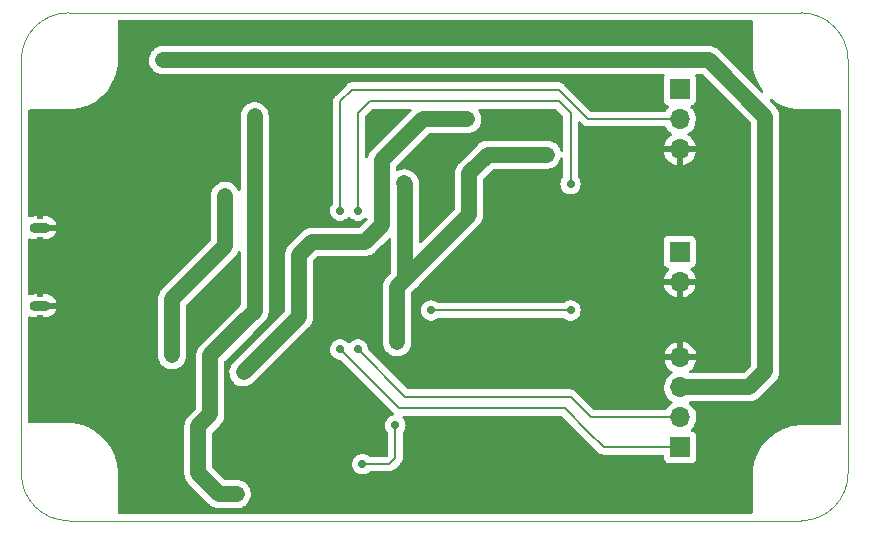
<source format=gbl>
G04 #@! TF.GenerationSoftware,KiCad,Pcbnew,(6.0.0-rc1-318-g91359c047d)*
G04 #@! TF.CreationDate,2022-02-27T09:20:33+02:00*
G04 #@! TF.ProjectId,ControlUnitRP2040,436f6e74-726f-46c5-956e-697452503230,rev?*
G04 #@! TF.SameCoordinates,Original*
G04 #@! TF.FileFunction,Copper,L2,Bot*
G04 #@! TF.FilePolarity,Positive*
%FSLAX46Y46*%
G04 Gerber Fmt 4.6, Leading zero omitted, Abs format (unit mm)*
G04 Created by KiCad (PCBNEW (6.0.0-rc1-318-g91359c047d)) date 2022-02-27 09:20:33*
%MOMM*%
%LPD*%
G01*
G04 APERTURE LIST*
G04 #@! TA.AperFunction,Profile*
%ADD10C,0.100000*%
G04 #@! TD*
G04 #@! TA.AperFunction,ComponentPad*
%ADD11R,1.700000X1.700000*%
G04 #@! TD*
G04 #@! TA.AperFunction,ComponentPad*
%ADD12O,1.700000X1.700000*%
G04 #@! TD*
G04 #@! TA.AperFunction,ComponentPad*
%ADD13O,1.800000X0.900000*%
G04 #@! TD*
G04 #@! TA.AperFunction,ViaPad*
%ADD14C,0.700000*%
G04 #@! TD*
G04 #@! TA.AperFunction,Conductor*
%ADD15C,1.350000*%
G04 #@! TD*
G04 #@! TA.AperFunction,Conductor*
%ADD16C,0.200000*%
G04 #@! TD*
G04 APERTURE END LIST*
D10*
X110000001Y-71000001D02*
X172000000Y-71000000D01*
X106000001Y-109999999D02*
X106000001Y-75000001D01*
X171999999Y-113999999D02*
X110000001Y-113999999D01*
X176000000Y-75000000D02*
X175999999Y-109999999D01*
X176000000Y-75000000D02*
G75*
G03*
X172000000Y-71000000I-4000000J0D01*
G01*
X110000001Y-71000001D02*
G75*
G03*
X106000001Y-75000001I0J-4000000D01*
G01*
X106000001Y-109999999D02*
G75*
G03*
X110000001Y-113999999I4000000J0D01*
G01*
X171999999Y-113999999D02*
G75*
G03*
X175999999Y-109999999I0J4000000D01*
G01*
D11*
X161800000Y-107800000D03*
D12*
X161800000Y-105260000D03*
X161800000Y-102720000D03*
X161800000Y-100180000D03*
D11*
X161750000Y-91225000D03*
D12*
X161750000Y-93765000D03*
D13*
X107600000Y-89200000D03*
X107600000Y-95800000D03*
D11*
X161750000Y-77475000D03*
D12*
X161750000Y-80015000D03*
X161750000Y-82555000D03*
D14*
X121000000Y-109250000D03*
X124250000Y-111750000D03*
X137821500Y-98906500D03*
X109000000Y-104000000D03*
X110050000Y-99050000D03*
X126873000Y-105537000D03*
X135600000Y-94600000D03*
X133300000Y-94600000D03*
X133300000Y-93400000D03*
X135600000Y-93400000D03*
X135600000Y-92300000D03*
X133300000Y-92300000D03*
X141250000Y-95000000D03*
X140700000Y-96200000D03*
X133000000Y-99500000D03*
X134500000Y-99500000D03*
X148785001Y-109532999D03*
X155750000Y-99500000D03*
X148788400Y-102211600D03*
X152500000Y-96200000D03*
X148788400Y-85711600D03*
X152500000Y-85500000D03*
X150500000Y-83000000D03*
X143917500Y-85444500D03*
X145642500Y-79856500D03*
X143764000Y-80010000D03*
X138444500Y-85444500D03*
X134500000Y-87750000D03*
X133000000Y-87750000D03*
X165000000Y-111000000D03*
X166750000Y-106500000D03*
X172500000Y-103500000D03*
X172400000Y-93350000D03*
X172500000Y-97500000D03*
X172500000Y-87500000D03*
X172500000Y-80000000D03*
X165000000Y-72500000D03*
X150000000Y-72500000D03*
X135500000Y-72500000D03*
X135540000Y-82138000D03*
X131826000Y-82042000D03*
X129698000Y-82052000D03*
X127762000Y-82042000D03*
X125754000Y-86496000D03*
X125754000Y-79754000D03*
X123250000Y-86500000D03*
X120000000Y-82250000D03*
X121500000Y-77750000D03*
X118000000Y-75000000D03*
X115000000Y-72500000D03*
X110000000Y-80000000D03*
X121387500Y-97862500D03*
X124798000Y-97198000D03*
X118750000Y-100000000D03*
X124814500Y-101446500D03*
X140520999Y-109532999D03*
X133858000Y-104394000D03*
X137668000Y-105918000D03*
X134880000Y-109220000D03*
X113538000Y-95758000D03*
X110050000Y-85950000D03*
D15*
X122750000Y-111750000D02*
X124250000Y-111750000D01*
X121000000Y-110000000D02*
X122750000Y-111750000D01*
X121000000Y-109250000D02*
X121000000Y-110000000D01*
X122000000Y-104000000D02*
X122000000Y-105000000D01*
X121000000Y-106000000D02*
X121000000Y-109250000D01*
X122000000Y-105000000D02*
X121000000Y-106000000D01*
X122000000Y-100000000D02*
X122000000Y-104000000D01*
X124798000Y-97202000D02*
X122000000Y-100000000D01*
X124798000Y-97198000D02*
X124798000Y-97202000D01*
X167620000Y-102720000D02*
X161800000Y-102720000D01*
X169000000Y-101340000D02*
X167620000Y-102720000D01*
X164200000Y-75000000D02*
X169000000Y-79800000D01*
X169000000Y-79800000D02*
X169000000Y-101340000D01*
X118000000Y-75000000D02*
X164200000Y-75000000D01*
D16*
X137160000Y-109220000D02*
X134880000Y-109220000D01*
X152500000Y-79500000D02*
X152500000Y-85500000D01*
X134500000Y-79500000D02*
X134500000Y-87750000D01*
X151500000Y-78500000D02*
X135500000Y-78500000D01*
X152500000Y-79500000D02*
X151500000Y-78500000D01*
X135500000Y-78500000D02*
X134500000Y-79500000D01*
X151500000Y-77500000D02*
X154015000Y-80015000D01*
X134000000Y-77500000D02*
X151500000Y-77500000D01*
X154015000Y-80015000D02*
X161750000Y-80015000D01*
X133000000Y-78500000D02*
X134000000Y-77500000D01*
X133000000Y-87750000D02*
X133000000Y-78500000D01*
D15*
X129500000Y-96761000D02*
X124814500Y-101446500D01*
X135125000Y-90375000D02*
X130625000Y-90375000D01*
X129500000Y-91500000D02*
X129500000Y-96761000D01*
X136500000Y-89000000D02*
X135125000Y-90375000D01*
X139990000Y-80010000D02*
X136500000Y-83500000D01*
X130625000Y-90375000D02*
X129500000Y-91500000D01*
X143764000Y-80010000D02*
X139990000Y-80010000D01*
X136500000Y-83500000D02*
X136500000Y-89000000D01*
X125754000Y-86496000D02*
X125754000Y-83004000D01*
X125754000Y-83004000D02*
X125754000Y-79754000D01*
X125754000Y-93496000D02*
X125754000Y-96242000D01*
X125754000Y-96242000D02*
X124798000Y-97198000D01*
X125754000Y-93496000D02*
X125754000Y-86496000D01*
X123250000Y-90750000D02*
X123250000Y-86500000D01*
X118750000Y-95250000D02*
X123250000Y-90750000D01*
X118750000Y-100000000D02*
X118750000Y-95250000D01*
X137821500Y-98906500D02*
X137821500Y-94178500D01*
X137821500Y-94178500D02*
X138500000Y-93500000D01*
X143917500Y-84582500D02*
X145500000Y-83000000D01*
X138444500Y-85444500D02*
X138500000Y-85500000D01*
X138500000Y-85500000D02*
X138500000Y-93500000D01*
X143917500Y-85444500D02*
X143917500Y-84582500D01*
X143917500Y-88082500D02*
X143917500Y-85444500D01*
X145500000Y-83000000D02*
X150500000Y-83000000D01*
X138500000Y-93500000D02*
X143917500Y-88082500D01*
D16*
X138000000Y-104500000D02*
X133000000Y-99500000D01*
X155300000Y-107800000D02*
X154000000Y-106500000D01*
X154000000Y-106500000D02*
X152000000Y-104500000D01*
X152000000Y-104500000D02*
X138000000Y-104500000D01*
X161800000Y-107800000D02*
X155300000Y-107800000D01*
X138500000Y-103500000D02*
X134500000Y-99500000D01*
X153500000Y-104500000D02*
X152500000Y-103500000D01*
X154260000Y-105260000D02*
X153500000Y-104500000D01*
X161800000Y-105260000D02*
X154260000Y-105260000D01*
X152500000Y-103500000D02*
X138500000Y-103500000D01*
X137668000Y-105918000D02*
X137668000Y-108712000D01*
X137668000Y-108712000D02*
X137160000Y-109220000D01*
X140700000Y-96200000D02*
X152500000Y-96200000D01*
G04 #@! TA.AperFunction,Conductor*
G36*
X167859121Y-71603002D02*
G01*
X167905614Y-71656658D01*
X167917000Y-71709000D01*
X167917000Y-74953736D01*
X167915932Y-74970109D01*
X167911969Y-75000349D01*
X167913023Y-75008322D01*
X167913052Y-75008946D01*
X167913053Y-75011258D01*
X167913270Y-75013704D01*
X167926519Y-75301935D01*
X167930099Y-75379826D01*
X167930486Y-75382644D01*
X167930487Y-75382651D01*
X167932030Y-75393874D01*
X167981830Y-75756166D01*
X168067426Y-76126275D01*
X168068316Y-76128978D01*
X168068317Y-76128983D01*
X168102914Y-76234103D01*
X168186183Y-76487113D01*
X168337126Y-76835715D01*
X168519014Y-77169218D01*
X168730354Y-77484880D01*
X168766296Y-77529268D01*
X168799922Y-77570796D01*
X168827245Y-77636325D01*
X168814803Y-77706223D01*
X168766547Y-77758298D01*
X168697797Y-77776017D01*
X168630381Y-77753754D01*
X168612904Y-77739182D01*
X165068083Y-74194361D01*
X165062446Y-74188343D01*
X165021970Y-74142189D01*
X165018158Y-74137842D01*
X164946151Y-74081076D01*
X164943674Y-74079069D01*
X164873213Y-74020468D01*
X164868166Y-74017642D01*
X164867669Y-74017300D01*
X164852337Y-74007055D01*
X164851877Y-74006757D01*
X164847342Y-74003181D01*
X164766246Y-73960515D01*
X164763398Y-73958969D01*
X164683435Y-73914187D01*
X164677968Y-73912331D01*
X164677532Y-73912137D01*
X164660504Y-73904820D01*
X164659952Y-73904592D01*
X164654846Y-73901905D01*
X164625943Y-73892930D01*
X164567373Y-73874743D01*
X164564254Y-73873730D01*
X164477467Y-73844270D01*
X164471752Y-73843441D01*
X164471214Y-73843312D01*
X164453159Y-73839227D01*
X164452631Y-73839115D01*
X164447118Y-73837403D01*
X164356112Y-73826631D01*
X164352899Y-73826208D01*
X164262205Y-73813058D01*
X164177075Y-73816403D01*
X164172128Y-73816500D01*
X117944824Y-73816500D01*
X117783400Y-73831333D01*
X117777838Y-73832902D01*
X117777836Y-73832902D01*
X117730944Y-73846127D01*
X117574055Y-73890374D01*
X117568872Y-73892930D01*
X117431811Y-73960521D01*
X117378974Y-73986577D01*
X117374348Y-73990031D01*
X117374347Y-73990032D01*
X117343798Y-74012844D01*
X117204691Y-74116720D01*
X117200777Y-74120954D01*
X117200775Y-74120956D01*
X117112503Y-74216449D01*
X117057044Y-74276444D01*
X116940976Y-74460401D01*
X116860376Y-74662428D01*
X116817941Y-74875761D01*
X116817865Y-74881536D01*
X116817865Y-74881540D01*
X116816533Y-74983335D01*
X116815094Y-75093254D01*
X116851930Y-75307625D01*
X116927214Y-75511693D01*
X117038427Y-75698624D01*
X117181842Y-75862158D01*
X117352658Y-75996819D01*
X117545154Y-76098095D01*
X117550672Y-76099808D01*
X117550671Y-76099808D01*
X117747361Y-76160883D01*
X117747364Y-76160884D01*
X117752882Y-76162597D01*
X117758619Y-76163276D01*
X117925803Y-76183064D01*
X117925810Y-76183064D01*
X117929490Y-76183500D01*
X160344852Y-76183500D01*
X160412973Y-76203502D01*
X160459466Y-76257158D01*
X160469570Y-76327432D01*
X160455372Y-76370008D01*
X160454766Y-76371116D01*
X160449385Y-76378295D01*
X160398255Y-76514684D01*
X160391500Y-76576866D01*
X160391500Y-78373134D01*
X160398255Y-78435316D01*
X160449385Y-78571705D01*
X160536739Y-78688261D01*
X160653295Y-78775615D01*
X160661704Y-78778767D01*
X160661705Y-78778768D01*
X160770451Y-78819535D01*
X160827216Y-78862176D01*
X160851916Y-78928738D01*
X160836709Y-78998087D01*
X160817316Y-79024568D01*
X160796308Y-79046552D01*
X160708770Y-79138155D01*
X160690629Y-79157138D01*
X160687715Y-79161410D01*
X160687714Y-79161411D01*
X160672200Y-79184154D01*
X160564743Y-79341680D01*
X160563945Y-79343400D01*
X160513589Y-79392088D01*
X160455074Y-79406500D01*
X154319239Y-79406500D01*
X154251118Y-79386498D01*
X154230144Y-79369595D01*
X151964315Y-77103766D01*
X151953448Y-77091375D01*
X151939013Y-77072563D01*
X151933987Y-77066013D01*
X151902075Y-77041526D01*
X151902069Y-77041520D01*
X151813429Y-76973504D01*
X151813427Y-76973503D01*
X151806876Y-76968476D01*
X151658851Y-76907162D01*
X151650664Y-76906084D01*
X151650663Y-76906084D01*
X151639458Y-76904609D01*
X151608262Y-76900502D01*
X151539885Y-76891500D01*
X151539882Y-76891500D01*
X151539874Y-76891499D01*
X151508189Y-76887328D01*
X151500000Y-76886250D01*
X151468307Y-76890422D01*
X151451864Y-76891500D01*
X134048144Y-76891500D01*
X134031698Y-76890422D01*
X134008188Y-76887327D01*
X134000000Y-76886249D01*
X133841149Y-76907162D01*
X133693124Y-76968476D01*
X133647305Y-77003634D01*
X133597937Y-77041515D01*
X133597921Y-77041529D01*
X133572566Y-77060984D01*
X133572563Y-77060987D01*
X133566013Y-77066013D01*
X133560983Y-77072568D01*
X133546548Y-77091379D01*
X133535681Y-77103770D01*
X132603766Y-78035685D01*
X132591375Y-78046552D01*
X132566013Y-78066013D01*
X132541526Y-78097925D01*
X132541523Y-78097928D01*
X132541517Y-78097936D01*
X132476891Y-78182158D01*
X132468476Y-78193124D01*
X132407162Y-78341149D01*
X132407162Y-78341150D01*
X132405414Y-78354426D01*
X132391500Y-78460115D01*
X132391500Y-78460120D01*
X132386250Y-78500000D01*
X132390243Y-78530327D01*
X132390422Y-78531690D01*
X132391500Y-78548136D01*
X132391500Y-87094433D01*
X132371498Y-87162554D01*
X132359137Y-87178742D01*
X132301633Y-87242607D01*
X132211401Y-87398893D01*
X132155635Y-87570525D01*
X132136771Y-87750000D01*
X132155635Y-87929475D01*
X132211401Y-88101107D01*
X132301633Y-88257393D01*
X132306051Y-88262300D01*
X132306052Y-88262301D01*
X132367712Y-88330781D01*
X132422387Y-88391504D01*
X132427729Y-88395385D01*
X132427731Y-88395387D01*
X132538268Y-88475697D01*
X132568385Y-88497578D01*
X132574413Y-88500262D01*
X132574415Y-88500263D01*
X132727217Y-88568295D01*
X132733248Y-88570980D01*
X132821508Y-88589740D01*
X132903311Y-88607128D01*
X132903315Y-88607128D01*
X132909768Y-88608500D01*
X133090232Y-88608500D01*
X133096685Y-88607128D01*
X133096689Y-88607128D01*
X133178492Y-88589740D01*
X133266752Y-88570980D01*
X133272783Y-88568295D01*
X133425585Y-88500263D01*
X133425587Y-88500262D01*
X133431615Y-88497578D01*
X133461732Y-88475697D01*
X133572269Y-88395387D01*
X133572271Y-88395385D01*
X133577613Y-88391504D01*
X133656364Y-88304042D01*
X133716810Y-88266802D01*
X133787793Y-88268154D01*
X133843636Y-88304042D01*
X133922387Y-88391504D01*
X133927729Y-88395385D01*
X133927731Y-88395387D01*
X134038268Y-88475697D01*
X134068385Y-88497578D01*
X134074413Y-88500262D01*
X134074415Y-88500263D01*
X134227217Y-88568295D01*
X134233248Y-88570980D01*
X134321508Y-88589740D01*
X134403311Y-88607128D01*
X134403315Y-88607128D01*
X134409768Y-88608500D01*
X134590232Y-88608500D01*
X134596685Y-88607128D01*
X134596689Y-88607128D01*
X134678492Y-88589740D01*
X134766752Y-88570980D01*
X134772783Y-88568295D01*
X134925585Y-88500263D01*
X134925587Y-88500262D01*
X134931615Y-88497578D01*
X134961732Y-88475697D01*
X135072269Y-88395387D01*
X135072271Y-88395385D01*
X135077613Y-88391504D01*
X135096865Y-88370123D01*
X135157311Y-88332884D01*
X135228295Y-88334236D01*
X135287279Y-88373750D01*
X135315536Y-88438881D01*
X135316500Y-88454434D01*
X135316500Y-88457588D01*
X135296498Y-88525709D01*
X135279595Y-88546683D01*
X134671683Y-89154595D01*
X134609371Y-89188621D01*
X134582588Y-89191500D01*
X130669147Y-89191500D01*
X130660906Y-89191230D01*
X130621103Y-89188621D01*
X130593887Y-89186837D01*
X130540212Y-89193190D01*
X130502871Y-89197609D01*
X130499592Y-89197953D01*
X130485551Y-89199243D01*
X130408400Y-89206333D01*
X130402840Y-89207901D01*
X130402397Y-89207983D01*
X130384102Y-89211621D01*
X130383618Y-89211724D01*
X130377882Y-89212403D01*
X130293537Y-89238593D01*
X130290397Y-89239568D01*
X130287233Y-89240505D01*
X130199055Y-89265374D01*
X130193873Y-89267930D01*
X130193434Y-89268098D01*
X130176154Y-89274992D01*
X130175673Y-89275191D01*
X130170154Y-89276905D01*
X130106367Y-89310465D01*
X130089074Y-89319563D01*
X130086150Y-89321052D01*
X130003974Y-89361577D01*
X129999350Y-89365030D01*
X129998901Y-89365305D01*
X129983199Y-89375213D01*
X129982772Y-89375490D01*
X129977658Y-89378181D01*
X129973121Y-89381758D01*
X129905711Y-89434900D01*
X129903093Y-89436908D01*
X129834319Y-89488263D01*
X129834312Y-89488270D01*
X129829691Y-89491720D01*
X129825777Y-89495954D01*
X129825775Y-89495956D01*
X129771853Y-89554289D01*
X129768423Y-89557855D01*
X128694361Y-90631917D01*
X128688343Y-90637554D01*
X128637842Y-90681842D01*
X128581076Y-90753849D01*
X128579069Y-90756326D01*
X128520468Y-90826787D01*
X128517642Y-90831834D01*
X128517300Y-90832331D01*
X128507055Y-90847663D01*
X128506757Y-90848123D01*
X128503181Y-90852658D01*
X128500490Y-90857773D01*
X128460521Y-90933743D01*
X128458969Y-90936602D01*
X128414187Y-91016565D01*
X128412331Y-91022032D01*
X128412137Y-91022468D01*
X128404820Y-91039496D01*
X128404592Y-91040048D01*
X128401905Y-91045154D01*
X128400193Y-91050666D01*
X128400193Y-91050667D01*
X128374743Y-91132627D01*
X128373730Y-91135746D01*
X128344270Y-91222533D01*
X128343441Y-91228248D01*
X128343312Y-91228786D01*
X128339227Y-91246841D01*
X128339115Y-91247369D01*
X128337403Y-91252882D01*
X128330037Y-91315121D01*
X128326635Y-91343860D01*
X128326208Y-91347101D01*
X128313058Y-91437795D01*
X128314445Y-91473095D01*
X128316403Y-91522925D01*
X128316500Y-91527872D01*
X128316500Y-96218588D01*
X128296498Y-96286709D01*
X128279595Y-96307683D01*
X123938624Y-100648654D01*
X123834968Y-100773287D01*
X123728687Y-100963065D01*
X123697486Y-101054978D01*
X123666565Y-101146071D01*
X123658770Y-101169033D01*
X123657941Y-101174751D01*
X123657940Y-101174755D01*
X123656468Y-101184906D01*
X123627558Y-101384295D01*
X123632753Y-101516498D01*
X123634840Y-101569612D01*
X123636098Y-101601639D01*
X123637373Y-101607272D01*
X123637373Y-101607275D01*
X123659666Y-101705794D01*
X123684103Y-101813789D01*
X123686383Y-101819095D01*
X123686384Y-101819099D01*
X123767682Y-102008323D01*
X123769965Y-102013636D01*
X123773177Y-102018443D01*
X123773178Y-102018445D01*
X123866531Y-102158158D01*
X123890808Y-102194492D01*
X124042585Y-102350296D01*
X124047303Y-102353630D01*
X124047305Y-102353632D01*
X124215499Y-102472499D01*
X124215504Y-102472502D01*
X124220216Y-102475832D01*
X124417747Y-102566896D01*
X124423346Y-102568318D01*
X124423349Y-102568319D01*
X124523157Y-102593666D01*
X124628567Y-102620437D01*
X124845613Y-102634663D01*
X125061618Y-102609097D01*
X125067136Y-102607384D01*
X125067139Y-102607383D01*
X125263829Y-102546308D01*
X125263828Y-102546308D01*
X125269346Y-102544595D01*
X125461841Y-102443319D01*
X125601503Y-102333219D01*
X130305631Y-97629090D01*
X130311649Y-97623453D01*
X130357819Y-97582963D01*
X130362158Y-97579158D01*
X130365729Y-97574629D01*
X130365734Y-97574623D01*
X130418883Y-97507203D01*
X130420960Y-97504638D01*
X130475835Y-97438659D01*
X130475838Y-97438654D01*
X130479532Y-97434213D01*
X130482353Y-97429176D01*
X130482693Y-97428681D01*
X130492945Y-97413337D01*
X130493243Y-97412877D01*
X130496819Y-97408342D01*
X130539485Y-97327246D01*
X130541031Y-97324398D01*
X130585813Y-97244435D01*
X130587669Y-97238968D01*
X130587863Y-97238532D01*
X130595180Y-97221504D01*
X130595408Y-97220952D01*
X130598095Y-97215846D01*
X130625259Y-97128366D01*
X130626277Y-97125232D01*
X130655730Y-97038466D01*
X130656559Y-97032747D01*
X130656681Y-97032239D01*
X130660775Y-97014145D01*
X130660883Y-97013638D01*
X130662597Y-97008118D01*
X130664953Y-96988217D01*
X130673365Y-96917138D01*
X130673791Y-96913906D01*
X130686942Y-96823205D01*
X130683597Y-96738074D01*
X130683500Y-96733128D01*
X130683500Y-92042412D01*
X130703502Y-91974291D01*
X130720405Y-91953317D01*
X131078317Y-91595405D01*
X131140629Y-91561379D01*
X131167412Y-91558500D01*
X135080848Y-91558500D01*
X135089090Y-91558770D01*
X135156113Y-91563163D01*
X135209788Y-91556810D01*
X135247129Y-91552391D01*
X135250408Y-91552047D01*
X135264449Y-91550757D01*
X135341600Y-91543667D01*
X135347160Y-91542099D01*
X135347603Y-91542017D01*
X135365898Y-91538379D01*
X135366382Y-91538276D01*
X135372118Y-91537597D01*
X135459602Y-91510432D01*
X135462766Y-91509495D01*
X135518934Y-91493654D01*
X135550945Y-91484626D01*
X135556127Y-91482070D01*
X135556566Y-91481902D01*
X135573821Y-91475018D01*
X135574324Y-91474810D01*
X135579846Y-91473095D01*
X135660913Y-91430444D01*
X135663844Y-91428950D01*
X135686720Y-91417669D01*
X135746026Y-91388423D01*
X135750656Y-91384966D01*
X135751093Y-91384698D01*
X135766739Y-91374827D01*
X135767230Y-91374508D01*
X135772341Y-91371819D01*
X135844286Y-91315103D01*
X135846878Y-91313114D01*
X135915685Y-91261733D01*
X135915686Y-91261732D01*
X135920309Y-91258280D01*
X135943276Y-91233435D01*
X135978148Y-91195710D01*
X135981578Y-91192144D01*
X136538884Y-90634838D01*
X137101405Y-90072316D01*
X137163717Y-90038291D01*
X137234532Y-90043355D01*
X137291368Y-90085902D01*
X137316179Y-90152422D01*
X137316500Y-90161411D01*
X137316500Y-92957588D01*
X137296498Y-93025709D01*
X137279595Y-93046683D01*
X137015861Y-93310417D01*
X137009843Y-93316054D01*
X136959342Y-93360342D01*
X136902576Y-93432349D01*
X136900569Y-93434826D01*
X136841968Y-93505287D01*
X136839142Y-93510334D01*
X136838800Y-93510831D01*
X136828555Y-93526163D01*
X136828257Y-93526623D01*
X136824681Y-93531158D01*
X136821990Y-93536273D01*
X136782021Y-93612243D01*
X136780469Y-93615102D01*
X136735687Y-93695065D01*
X136733831Y-93700532D01*
X136733637Y-93700968D01*
X136726320Y-93717996D01*
X136726092Y-93718548D01*
X136723405Y-93723654D01*
X136721693Y-93729166D01*
X136721693Y-93729167D01*
X136696243Y-93811127D01*
X136695230Y-93814246D01*
X136665770Y-93901033D01*
X136664941Y-93906748D01*
X136664812Y-93907286D01*
X136660727Y-93925341D01*
X136660615Y-93925869D01*
X136658903Y-93931382D01*
X136648533Y-94019000D01*
X136648135Y-94022360D01*
X136647708Y-94025601D01*
X136634558Y-94116295D01*
X136634785Y-94122063D01*
X136637903Y-94201425D01*
X136638000Y-94206372D01*
X136638000Y-98961676D01*
X136652833Y-99123100D01*
X136654402Y-99128662D01*
X136654402Y-99128664D01*
X136656143Y-99134838D01*
X136711874Y-99332445D01*
X136808077Y-99527526D01*
X136811531Y-99532152D01*
X136811532Y-99532153D01*
X136821240Y-99545154D01*
X136938220Y-99701809D01*
X136942454Y-99705723D01*
X136942456Y-99705725D01*
X137093642Y-99845479D01*
X137097944Y-99849456D01*
X137281901Y-99965524D01*
X137483928Y-100046124D01*
X137697261Y-100088559D01*
X137703036Y-100088635D01*
X137703040Y-100088635D01*
X137812081Y-100090062D01*
X137914754Y-100091406D01*
X137920451Y-100090427D01*
X137920452Y-100090427D01*
X138123435Y-100055548D01*
X138123438Y-100055547D01*
X138129125Y-100054570D01*
X138333193Y-99979286D01*
X138442621Y-99914183D01*
X160464389Y-99914183D01*
X160465912Y-99922607D01*
X160478292Y-99926000D01*
X161527885Y-99926000D01*
X161543124Y-99921525D01*
X161544329Y-99920135D01*
X161546000Y-99912452D01*
X161546000Y-99907885D01*
X162054000Y-99907885D01*
X162058475Y-99923124D01*
X162059865Y-99924329D01*
X162067548Y-99926000D01*
X163118344Y-99926000D01*
X163131875Y-99922027D01*
X163133180Y-99912947D01*
X163091214Y-99745875D01*
X163087894Y-99736124D01*
X163002972Y-99540814D01*
X162998105Y-99531739D01*
X162882426Y-99352926D01*
X162876136Y-99344757D01*
X162732806Y-99187240D01*
X162725273Y-99180215D01*
X162558139Y-99048222D01*
X162549552Y-99042517D01*
X162363117Y-98939599D01*
X162353705Y-98935369D01*
X162152959Y-98864280D01*
X162142988Y-98861646D01*
X162071837Y-98848972D01*
X162058540Y-98850432D01*
X162054000Y-98864989D01*
X162054000Y-99907885D01*
X161546000Y-99907885D01*
X161546000Y-98863102D01*
X161542082Y-98849758D01*
X161527806Y-98847771D01*
X161489324Y-98853660D01*
X161479288Y-98856051D01*
X161276868Y-98922212D01*
X161267359Y-98926209D01*
X161078463Y-99024542D01*
X161069738Y-99030036D01*
X160899433Y-99157905D01*
X160891726Y-99164748D01*
X160744590Y-99318717D01*
X160738104Y-99326727D01*
X160618098Y-99502649D01*
X160613000Y-99511623D01*
X160523338Y-99704783D01*
X160519775Y-99714470D01*
X160464389Y-99914183D01*
X138442621Y-99914183D01*
X138520124Y-99868073D01*
X138683658Y-99724658D01*
X138753739Y-99635761D01*
X138814745Y-99558376D01*
X138814747Y-99558374D01*
X138818319Y-99553842D01*
X138834826Y-99522468D01*
X138916907Y-99366455D01*
X138919595Y-99361346D01*
X138975333Y-99181842D01*
X138982383Y-99159139D01*
X138982384Y-99159136D01*
X138984097Y-99153618D01*
X138986320Y-99134838D01*
X139004564Y-98980697D01*
X139004564Y-98980690D01*
X139005000Y-98977010D01*
X139005000Y-96200000D01*
X139836771Y-96200000D01*
X139855635Y-96379475D01*
X139857675Y-96385753D01*
X139857675Y-96385754D01*
X139864900Y-96407990D01*
X139911401Y-96551107D01*
X139914704Y-96556829D01*
X139914705Y-96556830D01*
X139931871Y-96586562D01*
X140001633Y-96707393D01*
X140006051Y-96712300D01*
X140006052Y-96712301D01*
X140117965Y-96836593D01*
X140122387Y-96841504D01*
X140127729Y-96845385D01*
X140127731Y-96845387D01*
X140263043Y-96943697D01*
X140268385Y-96947578D01*
X140274413Y-96950262D01*
X140274415Y-96950263D01*
X140417896Y-97014145D01*
X140433248Y-97020980D01*
X140515514Y-97038466D01*
X140603311Y-97057128D01*
X140603315Y-97057128D01*
X140609768Y-97058500D01*
X140790232Y-97058500D01*
X140796685Y-97057128D01*
X140796689Y-97057128D01*
X140884486Y-97038466D01*
X140966752Y-97020980D01*
X140982104Y-97014145D01*
X141125585Y-96950263D01*
X141125587Y-96950262D01*
X141131615Y-96947578D01*
X141136957Y-96943697D01*
X141272269Y-96845387D01*
X141272271Y-96845385D01*
X141277613Y-96841504D01*
X141278873Y-96840105D01*
X141341301Y-96810146D01*
X141361603Y-96808500D01*
X151838397Y-96808500D01*
X151906518Y-96828502D01*
X151919836Y-96838671D01*
X151922387Y-96841504D01*
X151927729Y-96845385D01*
X151927731Y-96845387D01*
X152063043Y-96943697D01*
X152068385Y-96947578D01*
X152074413Y-96950262D01*
X152074415Y-96950263D01*
X152217896Y-97014145D01*
X152233248Y-97020980D01*
X152315514Y-97038466D01*
X152403311Y-97057128D01*
X152403315Y-97057128D01*
X152409768Y-97058500D01*
X152590232Y-97058500D01*
X152596685Y-97057128D01*
X152596689Y-97057128D01*
X152684486Y-97038466D01*
X152766752Y-97020980D01*
X152782104Y-97014145D01*
X152925585Y-96950263D01*
X152925587Y-96950262D01*
X152931615Y-96947578D01*
X152936957Y-96943697D01*
X153072269Y-96845387D01*
X153072271Y-96845385D01*
X153077613Y-96841504D01*
X153082035Y-96836593D01*
X153193948Y-96712301D01*
X153193949Y-96712300D01*
X153198367Y-96707393D01*
X153268129Y-96586562D01*
X153285295Y-96556830D01*
X153285296Y-96556829D01*
X153288599Y-96551107D01*
X153335100Y-96407990D01*
X153342325Y-96385754D01*
X153342325Y-96385753D01*
X153344365Y-96379475D01*
X153363229Y-96200000D01*
X153348245Y-96057436D01*
X153345055Y-96027089D01*
X153345055Y-96027088D01*
X153344365Y-96020525D01*
X153288599Y-95848893D01*
X153198367Y-95692607D01*
X153077613Y-95558496D01*
X153054946Y-95542027D01*
X152936957Y-95456303D01*
X152936956Y-95456302D01*
X152931615Y-95452422D01*
X152925587Y-95449738D01*
X152925585Y-95449737D01*
X152772783Y-95381705D01*
X152772781Y-95381705D01*
X152766752Y-95379020D01*
X152678492Y-95360260D01*
X152596689Y-95342872D01*
X152596685Y-95342872D01*
X152590232Y-95341500D01*
X152409768Y-95341500D01*
X152403315Y-95342872D01*
X152403311Y-95342872D01*
X152321508Y-95360260D01*
X152233248Y-95379020D01*
X152227219Y-95381704D01*
X152227217Y-95381705D01*
X152074416Y-95449737D01*
X152074414Y-95449738D01*
X152068386Y-95452422D01*
X152063045Y-95456302D01*
X152063044Y-95456303D01*
X151927731Y-95554613D01*
X151927729Y-95554615D01*
X151922387Y-95558496D01*
X151921127Y-95559895D01*
X151858699Y-95589854D01*
X151838397Y-95591500D01*
X141361603Y-95591500D01*
X141293482Y-95571498D01*
X141280164Y-95561329D01*
X141277613Y-95558496D01*
X141254946Y-95542027D01*
X141136957Y-95456303D01*
X141136956Y-95456302D01*
X141131615Y-95452422D01*
X141125587Y-95449738D01*
X141125585Y-95449737D01*
X140972783Y-95381705D01*
X140972781Y-95381705D01*
X140966752Y-95379020D01*
X140878492Y-95360260D01*
X140796689Y-95342872D01*
X140796685Y-95342872D01*
X140790232Y-95341500D01*
X140609768Y-95341500D01*
X140603315Y-95342872D01*
X140603311Y-95342872D01*
X140521508Y-95360260D01*
X140433248Y-95379020D01*
X140427219Y-95381704D01*
X140427217Y-95381705D01*
X140274416Y-95449737D01*
X140274414Y-95449738D01*
X140268386Y-95452422D01*
X140263045Y-95456302D01*
X140263044Y-95456303D01*
X140127731Y-95554613D01*
X140127729Y-95554615D01*
X140122387Y-95558496D01*
X140001633Y-95692607D01*
X139911401Y-95848893D01*
X139855635Y-96020525D01*
X139854945Y-96027088D01*
X139854945Y-96027089D01*
X139851755Y-96057436D01*
X139836771Y-96200000D01*
X139005000Y-96200000D01*
X139005000Y-94720911D01*
X139025002Y-94652790D01*
X139041905Y-94631816D01*
X139287000Y-94386721D01*
X139287003Y-94386719D01*
X139305639Y-94368083D01*
X139311657Y-94362446D01*
X139357819Y-94321963D01*
X139362158Y-94318158D01*
X139382122Y-94292834D01*
X139391977Y-94281745D01*
X139640756Y-94032966D01*
X160418257Y-94032966D01*
X160448565Y-94167446D01*
X160451645Y-94177275D01*
X160531770Y-94374603D01*
X160536413Y-94383794D01*
X160647694Y-94565388D01*
X160653777Y-94573699D01*
X160793213Y-94734667D01*
X160800580Y-94741883D01*
X160964434Y-94877916D01*
X160972881Y-94883831D01*
X161156756Y-94991279D01*
X161166042Y-94995729D01*
X161365001Y-95071703D01*
X161374899Y-95074579D01*
X161478250Y-95095606D01*
X161492299Y-95094410D01*
X161496000Y-95084065D01*
X161496000Y-95083517D01*
X162004000Y-95083517D01*
X162008064Y-95097359D01*
X162021478Y-95099393D01*
X162028184Y-95098534D01*
X162038262Y-95096392D01*
X162242255Y-95035191D01*
X162251842Y-95031433D01*
X162443095Y-94937739D01*
X162451945Y-94932464D01*
X162625328Y-94808792D01*
X162633200Y-94802139D01*
X162784052Y-94651812D01*
X162790730Y-94643965D01*
X162915003Y-94471020D01*
X162920313Y-94462183D01*
X163014670Y-94271267D01*
X163018469Y-94261672D01*
X163080377Y-94057910D01*
X163082555Y-94047837D01*
X163083986Y-94036962D01*
X163081775Y-94022778D01*
X163068617Y-94019000D01*
X162022115Y-94019000D01*
X162006876Y-94023475D01*
X162005671Y-94024865D01*
X162004000Y-94032548D01*
X162004000Y-95083517D01*
X161496000Y-95083517D01*
X161496000Y-94037115D01*
X161491525Y-94021876D01*
X161490135Y-94020671D01*
X161482452Y-94019000D01*
X160433225Y-94019000D01*
X160419694Y-94022973D01*
X160418257Y-94032966D01*
X139640756Y-94032966D01*
X141550588Y-92123134D01*
X160391500Y-92123134D01*
X160398255Y-92185316D01*
X160449385Y-92321705D01*
X160536739Y-92438261D01*
X160653295Y-92525615D01*
X160661704Y-92528767D01*
X160661705Y-92528768D01*
X160770960Y-92569726D01*
X160827725Y-92612367D01*
X160852425Y-92678929D01*
X160837218Y-92748278D01*
X160817825Y-92774759D01*
X160694590Y-92903717D01*
X160688104Y-92911727D01*
X160568098Y-93087649D01*
X160563000Y-93096623D01*
X160473338Y-93289783D01*
X160469775Y-93299470D01*
X160414389Y-93499183D01*
X160415912Y-93507607D01*
X160428292Y-93511000D01*
X163068344Y-93511000D01*
X163081875Y-93507027D01*
X163083180Y-93497947D01*
X163041214Y-93330875D01*
X163037894Y-93321124D01*
X162952972Y-93125814D01*
X162948105Y-93116739D01*
X162832426Y-92937926D01*
X162826136Y-92929757D01*
X162682293Y-92771677D01*
X162651241Y-92707831D01*
X162659635Y-92637333D01*
X162704812Y-92582564D01*
X162731256Y-92568895D01*
X162838297Y-92528767D01*
X162846705Y-92525615D01*
X162963261Y-92438261D01*
X163050615Y-92321705D01*
X163101745Y-92185316D01*
X163108500Y-92123134D01*
X163108500Y-90326866D01*
X163101745Y-90264684D01*
X163050615Y-90128295D01*
X162963261Y-90011739D01*
X162846705Y-89924385D01*
X162710316Y-89873255D01*
X162648134Y-89866500D01*
X160851866Y-89866500D01*
X160789684Y-89873255D01*
X160653295Y-89924385D01*
X160536739Y-90011739D01*
X160449385Y-90128295D01*
X160398255Y-90264684D01*
X160391500Y-90326866D01*
X160391500Y-92123134D01*
X141550588Y-92123134D01*
X144723139Y-88950583D01*
X144729157Y-88944946D01*
X144779658Y-88900658D01*
X144836424Y-88828651D01*
X144838447Y-88826154D01*
X144883111Y-88772451D01*
X144897032Y-88755713D01*
X144899858Y-88750666D01*
X144900200Y-88750169D01*
X144910445Y-88734837D01*
X144910743Y-88734377D01*
X144914319Y-88729842D01*
X144956985Y-88648746D01*
X144958531Y-88645898D01*
X145003313Y-88565935D01*
X145005169Y-88560468D01*
X145005363Y-88560032D01*
X145012680Y-88543004D01*
X145012908Y-88542452D01*
X145015595Y-88537346D01*
X145017307Y-88531833D01*
X145042757Y-88449873D01*
X145043775Y-88446739D01*
X145046379Y-88439068D01*
X145073230Y-88359967D01*
X145074059Y-88354252D01*
X145074188Y-88353714D01*
X145078273Y-88335659D01*
X145078385Y-88335131D01*
X145080097Y-88329618D01*
X145090869Y-88238612D01*
X145091296Y-88235370D01*
X145104442Y-88144705D01*
X145101097Y-88059574D01*
X145101000Y-88054628D01*
X145101000Y-85124912D01*
X145121002Y-85056791D01*
X145137905Y-85035817D01*
X145953317Y-84220405D01*
X146015629Y-84186379D01*
X146042412Y-84183500D01*
X150555176Y-84183500D01*
X150716600Y-84168667D01*
X150722162Y-84167098D01*
X150722164Y-84167098D01*
X150910978Y-84113847D01*
X150925945Y-84109626D01*
X151121026Y-84013423D01*
X151295309Y-83883280D01*
X151299225Y-83879044D01*
X151439037Y-83727796D01*
X151439039Y-83727793D01*
X151442956Y-83723556D01*
X151559024Y-83539599D01*
X151639624Y-83337572D01*
X151641921Y-83326025D01*
X151674828Y-83263115D01*
X151736523Y-83227983D01*
X151807418Y-83231783D01*
X151865004Y-83273308D01*
X151890998Y-83339375D01*
X151891500Y-83350606D01*
X151891500Y-84844433D01*
X151871498Y-84912554D01*
X151859137Y-84928742D01*
X151801633Y-84992607D01*
X151711401Y-85148893D01*
X151709359Y-85155178D01*
X151667698Y-85283400D01*
X151655635Y-85320525D01*
X151636771Y-85500000D01*
X151655635Y-85679475D01*
X151711401Y-85851107D01*
X151801633Y-86007393D01*
X151806051Y-86012300D01*
X151806052Y-86012301D01*
X151861656Y-86074055D01*
X151922387Y-86141504D01*
X152068385Y-86247578D01*
X152074413Y-86250262D01*
X152074415Y-86250263D01*
X152093183Y-86258619D01*
X152233248Y-86320980D01*
X152321508Y-86339740D01*
X152403311Y-86357128D01*
X152403315Y-86357128D01*
X152409768Y-86358500D01*
X152590232Y-86358500D01*
X152596685Y-86357128D01*
X152596689Y-86357128D01*
X152678492Y-86339740D01*
X152766752Y-86320980D01*
X152906817Y-86258619D01*
X152925585Y-86250263D01*
X152925587Y-86250262D01*
X152931615Y-86247578D01*
X153077613Y-86141504D01*
X153138344Y-86074055D01*
X153193948Y-86012301D01*
X153193949Y-86012300D01*
X153198367Y-86007393D01*
X153288599Y-85851107D01*
X153344365Y-85679475D01*
X153363229Y-85500000D01*
X153344365Y-85320525D01*
X153332303Y-85283400D01*
X153290641Y-85155178D01*
X153288599Y-85148893D01*
X153198367Y-84992607D01*
X153140864Y-84928743D01*
X153110147Y-84864736D01*
X153108500Y-84844433D01*
X153108500Y-82822966D01*
X160418257Y-82822966D01*
X160448565Y-82957446D01*
X160451645Y-82967275D01*
X160531770Y-83164603D01*
X160536413Y-83173794D01*
X160647694Y-83355388D01*
X160653777Y-83363699D01*
X160793213Y-83524667D01*
X160800580Y-83531883D01*
X160964434Y-83667916D01*
X160972881Y-83673831D01*
X161156756Y-83781279D01*
X161166042Y-83785729D01*
X161365001Y-83861703D01*
X161374899Y-83864579D01*
X161478250Y-83885606D01*
X161492299Y-83884410D01*
X161496000Y-83874065D01*
X161496000Y-83873517D01*
X162004000Y-83873517D01*
X162008064Y-83887359D01*
X162021478Y-83889393D01*
X162028184Y-83888534D01*
X162038262Y-83886392D01*
X162242255Y-83825191D01*
X162251842Y-83821433D01*
X162443095Y-83727739D01*
X162451945Y-83722464D01*
X162625328Y-83598792D01*
X162633200Y-83592139D01*
X162784052Y-83441812D01*
X162790730Y-83433965D01*
X162915003Y-83261020D01*
X162920313Y-83252183D01*
X163014670Y-83061267D01*
X163018469Y-83051672D01*
X163080377Y-82847910D01*
X163082555Y-82837837D01*
X163083986Y-82826962D01*
X163081775Y-82812778D01*
X163068617Y-82809000D01*
X162022115Y-82809000D01*
X162006876Y-82813475D01*
X162005671Y-82814865D01*
X162004000Y-82822548D01*
X162004000Y-83873517D01*
X161496000Y-83873517D01*
X161496000Y-82827115D01*
X161491525Y-82811876D01*
X161490135Y-82810671D01*
X161482452Y-82809000D01*
X160433225Y-82809000D01*
X160419694Y-82812973D01*
X160418257Y-82822966D01*
X153108500Y-82822966D01*
X153108500Y-80273239D01*
X153128502Y-80205118D01*
X153182158Y-80158625D01*
X153252432Y-80148521D01*
X153317012Y-80178015D01*
X153323595Y-80184144D01*
X153550685Y-80411234D01*
X153561552Y-80423625D01*
X153581013Y-80448987D01*
X153587563Y-80454013D01*
X153612925Y-80473474D01*
X153612928Y-80473477D01*
X153669402Y-80516811D01*
X153708124Y-80546524D01*
X153856149Y-80607838D01*
X153864336Y-80608916D01*
X153864337Y-80608916D01*
X153875542Y-80610391D01*
X153906738Y-80614498D01*
X153975115Y-80623500D01*
X153975118Y-80623500D01*
X153975126Y-80623501D01*
X154006811Y-80627672D01*
X154015000Y-80628750D01*
X154046693Y-80624578D01*
X154063136Y-80623500D01*
X160458954Y-80623500D01*
X160527075Y-80643502D01*
X160566387Y-80683665D01*
X160649987Y-80820088D01*
X160796250Y-80988938D01*
X160840865Y-81025978D01*
X160955555Y-81121195D01*
X160968126Y-81131632D01*
X161041955Y-81174774D01*
X161090679Y-81226412D01*
X161103750Y-81296195D01*
X161077019Y-81361967D01*
X161036562Y-81395327D01*
X161028457Y-81399546D01*
X161019738Y-81405036D01*
X160849433Y-81532905D01*
X160841726Y-81539748D01*
X160694590Y-81693717D01*
X160688104Y-81701727D01*
X160568098Y-81877649D01*
X160563000Y-81886623D01*
X160473338Y-82079783D01*
X160469775Y-82089470D01*
X160414389Y-82289183D01*
X160415912Y-82297607D01*
X160428292Y-82301000D01*
X163068344Y-82301000D01*
X163081875Y-82297027D01*
X163083180Y-82287947D01*
X163041214Y-82120875D01*
X163037894Y-82111124D01*
X162952972Y-81915814D01*
X162948105Y-81906739D01*
X162832426Y-81727926D01*
X162826136Y-81719757D01*
X162682806Y-81562240D01*
X162675273Y-81555215D01*
X162508139Y-81423222D01*
X162499556Y-81417520D01*
X162462602Y-81397120D01*
X162412631Y-81346687D01*
X162397859Y-81277245D01*
X162422975Y-81210839D01*
X162450327Y-81184232D01*
X162473797Y-81167491D01*
X162629860Y-81056173D01*
X162788096Y-80898489D01*
X162918453Y-80717077D01*
X162962640Y-80627672D01*
X163015136Y-80521453D01*
X163015137Y-80521451D01*
X163017430Y-80516811D01*
X163082370Y-80303069D01*
X163111529Y-80081590D01*
X163113156Y-80015000D01*
X163094852Y-79792361D01*
X163040431Y-79575702D01*
X162951354Y-79370840D01*
X162877486Y-79256658D01*
X162832822Y-79187617D01*
X162832820Y-79187614D01*
X162830014Y-79183277D01*
X162814718Y-79166467D01*
X162682798Y-79021488D01*
X162651746Y-78957642D01*
X162660141Y-78887143D01*
X162705317Y-78832375D01*
X162731761Y-78818706D01*
X162838297Y-78778767D01*
X162846705Y-78775615D01*
X162963261Y-78688261D01*
X163050615Y-78571705D01*
X163101745Y-78435316D01*
X163108500Y-78373134D01*
X163108500Y-76576866D01*
X163101745Y-76514684D01*
X163050615Y-76378295D01*
X163045234Y-76371116D01*
X163044628Y-76370008D01*
X163029459Y-76300651D01*
X163054196Y-76234103D01*
X163110984Y-76191493D01*
X163155148Y-76183500D01*
X163657588Y-76183500D01*
X163725709Y-76203502D01*
X163746683Y-76220405D01*
X167779595Y-80253317D01*
X167813621Y-80315629D01*
X167816500Y-80342412D01*
X167816500Y-100797588D01*
X167796498Y-100865709D01*
X167779595Y-100886683D01*
X167166683Y-101499595D01*
X167104371Y-101533621D01*
X167077588Y-101536500D01*
X162630550Y-101536500D01*
X162562429Y-101516498D01*
X162515936Y-101462842D01*
X162505832Y-101392568D01*
X162535326Y-101327988D01*
X162557382Y-101307921D01*
X162675328Y-101223792D01*
X162683200Y-101217139D01*
X162834052Y-101066812D01*
X162840730Y-101058965D01*
X162965003Y-100886020D01*
X162970313Y-100877183D01*
X163064670Y-100686267D01*
X163068469Y-100676672D01*
X163130377Y-100472910D01*
X163132555Y-100462837D01*
X163133986Y-100451962D01*
X163131775Y-100437778D01*
X163118617Y-100434000D01*
X160483225Y-100434000D01*
X160469694Y-100437973D01*
X160468257Y-100447966D01*
X160498565Y-100582446D01*
X160501645Y-100592275D01*
X160581770Y-100789603D01*
X160586413Y-100798794D01*
X160697694Y-100980388D01*
X160703777Y-100988699D01*
X160843213Y-101149667D01*
X160850580Y-101156883D01*
X161014434Y-101292916D01*
X161022881Y-101298831D01*
X161091969Y-101339203D01*
X161140693Y-101390842D01*
X161153764Y-101460625D01*
X161127033Y-101526396D01*
X161086584Y-101559752D01*
X161073607Y-101566507D01*
X161069474Y-101569610D01*
X161069471Y-101569612D01*
X160899100Y-101697530D01*
X160894965Y-101700635D01*
X160891393Y-101704373D01*
X160783256Y-101817532D01*
X160740629Y-101862138D01*
X160614743Y-102046680D01*
X160612564Y-102051375D01*
X160548362Y-102189687D01*
X160520688Y-102249305D01*
X160460989Y-102464570D01*
X160437251Y-102686695D01*
X160450110Y-102909715D01*
X160451247Y-102914761D01*
X160451248Y-102914767D01*
X160475304Y-103021508D01*
X160499222Y-103127639D01*
X160583266Y-103334616D01*
X160699987Y-103525088D01*
X160846250Y-103693938D01*
X161018126Y-103836632D01*
X161088595Y-103877811D01*
X161091445Y-103879476D01*
X161140169Y-103931114D01*
X161153240Y-104000897D01*
X161126509Y-104066669D01*
X161086055Y-104100027D01*
X161073607Y-104106507D01*
X161069474Y-104109610D01*
X161069471Y-104109612D01*
X161044472Y-104128382D01*
X160894965Y-104240635D01*
X160740629Y-104402138D01*
X160614743Y-104586680D01*
X160613945Y-104588400D01*
X160563589Y-104637088D01*
X160505074Y-104651500D01*
X154564239Y-104651500D01*
X154496118Y-104631498D01*
X154475144Y-104614595D01*
X152964315Y-103103766D01*
X152953448Y-103091375D01*
X152939013Y-103072563D01*
X152933987Y-103066013D01*
X152902075Y-103041526D01*
X152902072Y-103041523D01*
X152806876Y-102968476D01*
X152658851Y-102907162D01*
X152650664Y-102906084D01*
X152650663Y-102906084D01*
X152639458Y-102904609D01*
X152608262Y-102900502D01*
X152539885Y-102891500D01*
X152539882Y-102891500D01*
X152539874Y-102891499D01*
X152508189Y-102887328D01*
X152500000Y-102886250D01*
X152468307Y-102890422D01*
X152451864Y-102891500D01*
X138804239Y-102891500D01*
X138736118Y-102871498D01*
X138715144Y-102854595D01*
X135395095Y-99534546D01*
X135361069Y-99472234D01*
X135358880Y-99458622D01*
X135345055Y-99327089D01*
X135345055Y-99327088D01*
X135344365Y-99320525D01*
X135322680Y-99253783D01*
X135298066Y-99178030D01*
X135288599Y-99148893D01*
X135282053Y-99137554D01*
X135230476Y-99048222D01*
X135198367Y-98992607D01*
X135184324Y-98977010D01*
X135082035Y-98863407D01*
X135082034Y-98863406D01*
X135077613Y-98858496D01*
X135065587Y-98849758D01*
X134936957Y-98756303D01*
X134936956Y-98756302D01*
X134931615Y-98752422D01*
X134925587Y-98749738D01*
X134925585Y-98749737D01*
X134772783Y-98681705D01*
X134772781Y-98681705D01*
X134766752Y-98679020D01*
X134678492Y-98660260D01*
X134596689Y-98642872D01*
X134596685Y-98642872D01*
X134590232Y-98641500D01*
X134409768Y-98641500D01*
X134403315Y-98642872D01*
X134403311Y-98642872D01*
X134321508Y-98660260D01*
X134233248Y-98679020D01*
X134227219Y-98681704D01*
X134227217Y-98681705D01*
X134074416Y-98749737D01*
X134074414Y-98749738D01*
X134068386Y-98752422D01*
X134063045Y-98756302D01*
X134063044Y-98756303D01*
X133927731Y-98854613D01*
X133927729Y-98854615D01*
X133922387Y-98858496D01*
X133917966Y-98863406D01*
X133917965Y-98863407D01*
X133843636Y-98945958D01*
X133783190Y-98983198D01*
X133712207Y-98981846D01*
X133656364Y-98945958D01*
X133582035Y-98863407D01*
X133582034Y-98863406D01*
X133577613Y-98858496D01*
X133565587Y-98849758D01*
X133436957Y-98756303D01*
X133436956Y-98756302D01*
X133431615Y-98752422D01*
X133425587Y-98749738D01*
X133425585Y-98749737D01*
X133272783Y-98681705D01*
X133272781Y-98681705D01*
X133266752Y-98679020D01*
X133178492Y-98660260D01*
X133096689Y-98642872D01*
X133096685Y-98642872D01*
X133090232Y-98641500D01*
X132909768Y-98641500D01*
X132903315Y-98642872D01*
X132903311Y-98642872D01*
X132821508Y-98660260D01*
X132733248Y-98679020D01*
X132727219Y-98681704D01*
X132727217Y-98681705D01*
X132574416Y-98749737D01*
X132574414Y-98749738D01*
X132568386Y-98752422D01*
X132563045Y-98756302D01*
X132563044Y-98756303D01*
X132427731Y-98854613D01*
X132427729Y-98854615D01*
X132422387Y-98858496D01*
X132417966Y-98863406D01*
X132417965Y-98863407D01*
X132315677Y-98977010D01*
X132301633Y-98992607D01*
X132269524Y-99048222D01*
X132217948Y-99137554D01*
X132211401Y-99148893D01*
X132201934Y-99178030D01*
X132177321Y-99253783D01*
X132155635Y-99320525D01*
X132136771Y-99500000D01*
X132155635Y-99679475D01*
X132157675Y-99685753D01*
X132157675Y-99685754D01*
X132168843Y-99720127D01*
X132211401Y-99851107D01*
X132214704Y-99856829D01*
X132214705Y-99856830D01*
X132221196Y-99868073D01*
X132301633Y-100007393D01*
X132306051Y-100012300D01*
X132306052Y-100012301D01*
X132417965Y-100136593D01*
X132422387Y-100141504D01*
X132427729Y-100145385D01*
X132427731Y-100145387D01*
X132563043Y-100243697D01*
X132568385Y-100247578D01*
X132574413Y-100250262D01*
X132574415Y-100250263D01*
X132579752Y-100252639D01*
X132733248Y-100320980D01*
X132821508Y-100339740D01*
X132903311Y-100357128D01*
X132903315Y-100357128D01*
X132909768Y-100358500D01*
X132945761Y-100358500D01*
X133013882Y-100378502D01*
X133034856Y-100395405D01*
X137513614Y-104874163D01*
X137547640Y-104936475D01*
X137542575Y-105007290D01*
X137500028Y-105064126D01*
X137450716Y-105086504D01*
X137407714Y-105095645D01*
X137407708Y-105095647D01*
X137401248Y-105097020D01*
X137395219Y-105099704D01*
X137395217Y-105099705D01*
X137242416Y-105167737D01*
X137242414Y-105167738D01*
X137236386Y-105170422D01*
X137231045Y-105174302D01*
X137231044Y-105174303D01*
X137095731Y-105272613D01*
X137095729Y-105272615D01*
X137090387Y-105276496D01*
X137085966Y-105281406D01*
X137085965Y-105281407D01*
X137048299Y-105323240D01*
X136969633Y-105410607D01*
X136944092Y-105454846D01*
X136899924Y-105531347D01*
X136879401Y-105566893D01*
X136877359Y-105573178D01*
X136830769Y-105716570D01*
X136823635Y-105738525D01*
X136822945Y-105745088D01*
X136822945Y-105745089D01*
X136815742Y-105813621D01*
X136804771Y-105918000D01*
X136823635Y-106097475D01*
X136825675Y-106103753D01*
X136825675Y-106103754D01*
X136835753Y-106134772D01*
X136879401Y-106269107D01*
X136882704Y-106274829D01*
X136882705Y-106274830D01*
X136897237Y-106300000D01*
X136969633Y-106425393D01*
X136974051Y-106430300D01*
X136974052Y-106430301D01*
X137027136Y-106489256D01*
X137057853Y-106553264D01*
X137059500Y-106573567D01*
X137059500Y-108407761D01*
X137039498Y-108475882D01*
X137022595Y-108496856D01*
X136944856Y-108574595D01*
X136882544Y-108608621D01*
X136855761Y-108611500D01*
X135541603Y-108611500D01*
X135473482Y-108591498D01*
X135460164Y-108581329D01*
X135457613Y-108578496D01*
X135441378Y-108566700D01*
X135316957Y-108476303D01*
X135316956Y-108476302D01*
X135311615Y-108472422D01*
X135305587Y-108469738D01*
X135305585Y-108469737D01*
X135152783Y-108401705D01*
X135152781Y-108401705D01*
X135146752Y-108399020D01*
X135058492Y-108380260D01*
X134976689Y-108362872D01*
X134976685Y-108362872D01*
X134970232Y-108361500D01*
X134789768Y-108361500D01*
X134783315Y-108362872D01*
X134783311Y-108362872D01*
X134701508Y-108380260D01*
X134613248Y-108399020D01*
X134607219Y-108401704D01*
X134607217Y-108401705D01*
X134454416Y-108469737D01*
X134454414Y-108469738D01*
X134448386Y-108472422D01*
X134443045Y-108476302D01*
X134443044Y-108476303D01*
X134307731Y-108574613D01*
X134307729Y-108574615D01*
X134302387Y-108578496D01*
X134297966Y-108583406D01*
X134297965Y-108583407D01*
X134194665Y-108698134D01*
X134181633Y-108712607D01*
X134091401Y-108868893D01*
X134089359Y-108875178D01*
X134044494Y-109013261D01*
X134035635Y-109040525D01*
X134034945Y-109047088D01*
X134034945Y-109047089D01*
X134021363Y-109176315D01*
X134016771Y-109220000D01*
X134035635Y-109399475D01*
X134091401Y-109571107D01*
X134181633Y-109727393D01*
X134186051Y-109732300D01*
X134186052Y-109732301D01*
X134277397Y-109833750D01*
X134302387Y-109861504D01*
X134307729Y-109865385D01*
X134307731Y-109865387D01*
X134442802Y-109963522D01*
X134448385Y-109967578D01*
X134454413Y-109970262D01*
X134454415Y-109970263D01*
X134607217Y-110038295D01*
X134613248Y-110040980D01*
X134670735Y-110053199D01*
X134783311Y-110077128D01*
X134783315Y-110077128D01*
X134789768Y-110078500D01*
X134970232Y-110078500D01*
X134976685Y-110077128D01*
X134976689Y-110077128D01*
X135089265Y-110053199D01*
X135146752Y-110040980D01*
X135152783Y-110038295D01*
X135305585Y-109970263D01*
X135305587Y-109970262D01*
X135311615Y-109967578D01*
X135317198Y-109963522D01*
X135452269Y-109865387D01*
X135452271Y-109865385D01*
X135457613Y-109861504D01*
X135458873Y-109860105D01*
X135521301Y-109830146D01*
X135541603Y-109828500D01*
X137111864Y-109828500D01*
X137128307Y-109829578D01*
X137160000Y-109833750D01*
X137168189Y-109832672D01*
X137199874Y-109828501D01*
X137199884Y-109828500D01*
X137199885Y-109828500D01*
X137309515Y-109814067D01*
X137310664Y-109813916D01*
X137310666Y-109813915D01*
X137318851Y-109812838D01*
X137466876Y-109751524D01*
X137516026Y-109713810D01*
X137562072Y-109678477D01*
X137562075Y-109678474D01*
X137587434Y-109659015D01*
X137593987Y-109653987D01*
X137599017Y-109647432D01*
X137613452Y-109628621D01*
X137624319Y-109616230D01*
X138064234Y-109176315D01*
X138076625Y-109165448D01*
X138095437Y-109151013D01*
X138101987Y-109145987D01*
X138126474Y-109114075D01*
X138126477Y-109114072D01*
X138182911Y-109040525D01*
X138199524Y-109018875D01*
X138204824Y-109006081D01*
X138257678Y-108878479D01*
X138260838Y-108870850D01*
X138276500Y-108751885D01*
X138276500Y-108751878D01*
X138281750Y-108712000D01*
X138277578Y-108680307D01*
X138276500Y-108663864D01*
X138276500Y-106573567D01*
X138296502Y-106505446D01*
X138308864Y-106489256D01*
X138361948Y-106430301D01*
X138361949Y-106430300D01*
X138366367Y-106425393D01*
X138438763Y-106300000D01*
X138453295Y-106274830D01*
X138453296Y-106274829D01*
X138456599Y-106269107D01*
X138500247Y-106134772D01*
X138510325Y-106103754D01*
X138510325Y-106103753D01*
X138512365Y-106097475D01*
X138531229Y-105918000D01*
X138520258Y-105813621D01*
X138513055Y-105745089D01*
X138513055Y-105745088D01*
X138512365Y-105738525D01*
X138505232Y-105716570D01*
X138458641Y-105573178D01*
X138456599Y-105566893D01*
X138436077Y-105531347D01*
X138391908Y-105454846D01*
X138366367Y-105410607D01*
X138309692Y-105347663D01*
X138283713Y-105318810D01*
X138252995Y-105254803D01*
X138261760Y-105184349D01*
X138307223Y-105129818D01*
X138377349Y-105108500D01*
X151695761Y-105108500D01*
X151763882Y-105128502D01*
X151784856Y-105145405D01*
X154835685Y-108196234D01*
X154846552Y-108208625D01*
X154866013Y-108233987D01*
X154872563Y-108239013D01*
X154897921Y-108258471D01*
X154897937Y-108258485D01*
X154938859Y-108289885D01*
X154993124Y-108331524D01*
X155141149Y-108392838D01*
X155300000Y-108413751D01*
X155331699Y-108409578D01*
X155348144Y-108408500D01*
X160315500Y-108408500D01*
X160383621Y-108428502D01*
X160430114Y-108482158D01*
X160441500Y-108534500D01*
X160441500Y-108698134D01*
X160448255Y-108760316D01*
X160499385Y-108896705D01*
X160586739Y-109013261D01*
X160703295Y-109100615D01*
X160839684Y-109151745D01*
X160901866Y-109158500D01*
X162698134Y-109158500D01*
X162760316Y-109151745D01*
X162896705Y-109100615D01*
X163013261Y-109013261D01*
X163100615Y-108896705D01*
X163151745Y-108760316D01*
X163158500Y-108698134D01*
X163158500Y-106901866D01*
X163151745Y-106839684D01*
X163100615Y-106703295D01*
X163013261Y-106586739D01*
X162896705Y-106499385D01*
X162869686Y-106489256D01*
X162778203Y-106454960D01*
X162721439Y-106412318D01*
X162696739Y-106345756D01*
X162711947Y-106276408D01*
X162733493Y-106247727D01*
X162834435Y-106147137D01*
X162838096Y-106143489D01*
X162845112Y-106133726D01*
X162965435Y-105966277D01*
X162968453Y-105962077D01*
X162973809Y-105951241D01*
X163065136Y-105766453D01*
X163065137Y-105766451D01*
X163067430Y-105761811D01*
X163127284Y-105564809D01*
X163130865Y-105553023D01*
X163130865Y-105553021D01*
X163132370Y-105548069D01*
X163161529Y-105326590D01*
X163162848Y-105272613D01*
X163163074Y-105263365D01*
X163163074Y-105263361D01*
X163163156Y-105260000D01*
X163144852Y-105037361D01*
X163090431Y-104820702D01*
X163001354Y-104615840D01*
X162880014Y-104428277D01*
X162729670Y-104263051D01*
X162725619Y-104259852D01*
X162725615Y-104259848D01*
X162559150Y-104128382D01*
X162518087Y-104070465D01*
X162514855Y-103999542D01*
X162550480Y-103938130D01*
X162613652Y-103905728D01*
X162637242Y-103903500D01*
X167575848Y-103903500D01*
X167584090Y-103903770D01*
X167651113Y-103908163D01*
X167704788Y-103901810D01*
X167742129Y-103897391D01*
X167745408Y-103897047D01*
X167759449Y-103895757D01*
X167836600Y-103888667D01*
X167842160Y-103887099D01*
X167842603Y-103887017D01*
X167860898Y-103883379D01*
X167861382Y-103883276D01*
X167867118Y-103882597D01*
X167954602Y-103855432D01*
X167957766Y-103854495D01*
X168011849Y-103839242D01*
X168045945Y-103829626D01*
X168051127Y-103827070D01*
X168051566Y-103826902D01*
X168068821Y-103820018D01*
X168069324Y-103819810D01*
X168074846Y-103818095D01*
X168155913Y-103775444D01*
X168158844Y-103773950D01*
X168241026Y-103733423D01*
X168245656Y-103729966D01*
X168246093Y-103729698D01*
X168261739Y-103719827D01*
X168262230Y-103719508D01*
X168267341Y-103716819D01*
X168339286Y-103660103D01*
X168341878Y-103658114D01*
X168410685Y-103606733D01*
X168410686Y-103606732D01*
X168415309Y-103603280D01*
X168473149Y-103540709D01*
X168476578Y-103537144D01*
X169805631Y-102208090D01*
X169811649Y-102202453D01*
X169857819Y-102161963D01*
X169862158Y-102158158D01*
X169865729Y-102153629D01*
X169865734Y-102153623D01*
X169918883Y-102086203D01*
X169920960Y-102083638D01*
X169975835Y-102017659D01*
X169975838Y-102017654D01*
X169979532Y-102013213D01*
X169982353Y-102008176D01*
X169982693Y-102007681D01*
X169992945Y-101992337D01*
X169993243Y-101991877D01*
X169996819Y-101987342D01*
X170039485Y-101906246D01*
X170041031Y-101903398D01*
X170085813Y-101823435D01*
X170087669Y-101817968D01*
X170087863Y-101817532D01*
X170095180Y-101800504D01*
X170095408Y-101799952D01*
X170098095Y-101794846D01*
X170125259Y-101707366D01*
X170126277Y-101704232D01*
X170128552Y-101697530D01*
X170155730Y-101617466D01*
X170156559Y-101611747D01*
X170156681Y-101611239D01*
X170160775Y-101593145D01*
X170160883Y-101592638D01*
X170162597Y-101587118D01*
X170165037Y-101566507D01*
X170173365Y-101496138D01*
X170173791Y-101492906D01*
X170186942Y-101402205D01*
X170183597Y-101317074D01*
X170183500Y-101312128D01*
X170183500Y-79844147D01*
X170183770Y-79835906D01*
X170187785Y-79774653D01*
X170188163Y-79768887D01*
X170177391Y-79677871D01*
X170177047Y-79674592D01*
X170169195Y-79589151D01*
X170168667Y-79583400D01*
X170167099Y-79577840D01*
X170167017Y-79577397D01*
X170163379Y-79559102D01*
X170163276Y-79558618D01*
X170162597Y-79552882D01*
X170135432Y-79465397D01*
X170134495Y-79462234D01*
X170111195Y-79379619D01*
X170109626Y-79374055D01*
X170107070Y-79368873D01*
X170106902Y-79368434D01*
X170100018Y-79351179D01*
X170099810Y-79350676D01*
X170098095Y-79345154D01*
X170055444Y-79264087D01*
X170053950Y-79261156D01*
X170049648Y-79252432D01*
X170013423Y-79178974D01*
X170009966Y-79174344D01*
X170009698Y-79173907D01*
X169999827Y-79158261D01*
X169999508Y-79157770D01*
X169996819Y-79152659D01*
X169940103Y-79080714D01*
X169938114Y-79078122D01*
X169886733Y-79009315D01*
X169886732Y-79009314D01*
X169883280Y-79004691D01*
X169873484Y-78995635D01*
X169820711Y-78946853D01*
X169817145Y-78943423D01*
X169377014Y-78503292D01*
X169342988Y-78440980D01*
X169348053Y-78370165D01*
X169390600Y-78313329D01*
X169457120Y-78288518D01*
X169526494Y-78303609D01*
X169539128Y-78311512D01*
X169808823Y-78503292D01*
X169832178Y-78519900D01*
X169834645Y-78521337D01*
X169834648Y-78521339D01*
X170157960Y-78709673D01*
X170157968Y-78709677D01*
X170160426Y-78711109D01*
X170163010Y-78712315D01*
X170163015Y-78712318D01*
X170502040Y-78870597D01*
X170502047Y-78870600D01*
X170504639Y-78871810D01*
X170547156Y-78887143D01*
X170859302Y-78999713D01*
X170859309Y-78999715D01*
X170861990Y-79000682D01*
X170864754Y-79001404D01*
X170864761Y-79001406D01*
X171018390Y-79041526D01*
X171229541Y-79096668D01*
X171232365Y-79097138D01*
X171232367Y-79097138D01*
X171388281Y-79123063D01*
X171604274Y-79158978D01*
X171607125Y-79159190D01*
X171607128Y-79159190D01*
X171764594Y-79170879D01*
X171969765Y-79186109D01*
X171972214Y-79186397D01*
X171974539Y-79186464D01*
X171975147Y-79186509D01*
X171983090Y-79187788D01*
X171991305Y-79186946D01*
X171991306Y-79186946D01*
X172023394Y-79183657D01*
X172036241Y-79183000D01*
X175291000Y-79183000D01*
X175359121Y-79203002D01*
X175405614Y-79256658D01*
X175417000Y-79309000D01*
X175417000Y-105791000D01*
X175396998Y-105859121D01*
X175343342Y-105905614D01*
X175291000Y-105917000D01*
X172028302Y-105917000D01*
X172018259Y-105916599D01*
X171978194Y-105913395D01*
X171978192Y-105913395D01*
X171969962Y-105912737D01*
X171964597Y-105913724D01*
X171958551Y-105914312D01*
X171958550Y-105914312D01*
X171775937Y-105932081D01*
X171579025Y-105951241D01*
X171309583Y-106002720D01*
X171196038Y-106024413D01*
X171196034Y-106024414D01*
X171193197Y-106024956D01*
X170815750Y-106133726D01*
X170813071Y-106134772D01*
X170813072Y-106134772D01*
X170452536Y-106275588D01*
X170452532Y-106275590D01*
X170449861Y-106276633D01*
X170098612Y-106452476D01*
X169764958Y-106659774D01*
X169762650Y-106661520D01*
X169762646Y-106661523D01*
X169454029Y-106895025D01*
X169454020Y-106895032D01*
X169451709Y-106896781D01*
X169161502Y-107161502D01*
X168896781Y-107451709D01*
X168895032Y-107454020D01*
X168895025Y-107454029D01*
X168661523Y-107762646D01*
X168659774Y-107764958D01*
X168452476Y-108098612D01*
X168451188Y-108101185D01*
X168296800Y-108409578D01*
X168276633Y-108449861D01*
X168275590Y-108452532D01*
X168275588Y-108452536D01*
X168193049Y-108663864D01*
X168133726Y-108815750D01*
X168024956Y-109193197D01*
X167951241Y-109579025D01*
X167913724Y-109964597D01*
X167912737Y-109969962D01*
X167913395Y-109978192D01*
X167913395Y-109978194D01*
X167916599Y-110018259D01*
X167917000Y-110028302D01*
X167917000Y-113291000D01*
X167896998Y-113359121D01*
X167843342Y-113405614D01*
X167791000Y-113417000D01*
X114309000Y-113417000D01*
X114240879Y-113396998D01*
X114194386Y-113343342D01*
X114183000Y-113291000D01*
X114183000Y-110148534D01*
X114184175Y-110131365D01*
X114186896Y-110111584D01*
X114186896Y-110111582D01*
X114188021Y-110103403D01*
X114187103Y-110096106D01*
X114187000Y-110093481D01*
X114187008Y-110092115D01*
X114186890Y-110090681D01*
X114185422Y-110053199D01*
X114172012Y-109710970D01*
X114167795Y-109678474D01*
X114121829Y-109324311D01*
X114121465Y-109321506D01*
X114101960Y-109233855D01*
X114071110Y-109095229D01*
X114036155Y-108938153D01*
X113916772Y-108564008D01*
X113818816Y-108331524D01*
X113765378Y-108204695D01*
X113765376Y-108204691D01*
X113764281Y-108202092D01*
X113579912Y-107855328D01*
X113365155Y-107526517D01*
X113306074Y-107451709D01*
X113123503Y-107220542D01*
X113123501Y-107220540D01*
X113121744Y-107218315D01*
X113096341Y-107191500D01*
X112853589Y-106935262D01*
X112851646Y-106933211D01*
X112557042Y-106673509D01*
X112520041Y-106646382D01*
X112242591Y-106442975D01*
X112242583Y-106442970D01*
X112240311Y-106441304D01*
X112081889Y-106345756D01*
X111906437Y-106239936D01*
X111906427Y-106239931D01*
X111904012Y-106238474D01*
X111886659Y-106230031D01*
X111627111Y-106103754D01*
X111550861Y-106066656D01*
X111183710Y-105927238D01*
X111180996Y-105926478D01*
X110808254Y-105822111D01*
X110808252Y-105822110D01*
X110805525Y-105821347D01*
X110419360Y-105749836D01*
X110040993Y-105714468D01*
X110039573Y-105714274D01*
X110038213Y-105714208D01*
X110035610Y-105713965D01*
X110028365Y-105712653D01*
X109981081Y-105716570D01*
X109970679Y-105717000D01*
X106709000Y-105717000D01*
X106640879Y-105696998D01*
X106594386Y-105643342D01*
X106583000Y-105591000D01*
X106583000Y-96790318D01*
X106603002Y-96722197D01*
X106656658Y-96675704D01*
X106726932Y-96665600D01*
X106759040Y-96674681D01*
X106852976Y-96715331D01*
X106865083Y-96719171D01*
X107044600Y-96756675D01*
X107054152Y-96757915D01*
X107057384Y-96758000D01*
X107327885Y-96758000D01*
X107343124Y-96753525D01*
X107344329Y-96752135D01*
X107346000Y-96744452D01*
X107346000Y-96675302D01*
X107366002Y-96607181D01*
X107419658Y-96560688D01*
X107488663Y-96550409D01*
X107536784Y-96556830D01*
X107577035Y-96562201D01*
X107577038Y-96562201D01*
X107584015Y-96563132D01*
X107591026Y-96562494D01*
X107591030Y-96562494D01*
X107653261Y-96556830D01*
X107716582Y-96551067D01*
X107786233Y-96564812D01*
X107837398Y-96614033D01*
X107854000Y-96676548D01*
X107854000Y-96739885D01*
X107858475Y-96755124D01*
X107859865Y-96756329D01*
X107867548Y-96758000D01*
X108095447Y-96758000D01*
X108101822Y-96757677D01*
X108237277Y-96743918D01*
X108249717Y-96741364D01*
X108423244Y-96686984D01*
X108434932Y-96681975D01*
X108593979Y-96593813D01*
X108604412Y-96586562D01*
X108742491Y-96468215D01*
X108751244Y-96459024D01*
X108862711Y-96315320D01*
X108869435Y-96304560D01*
X108949732Y-96141375D01*
X108954155Y-96129481D01*
X108969251Y-96071530D01*
X108968817Y-96057436D01*
X108960636Y-96054000D01*
X108475246Y-96054000D01*
X108407125Y-96033998D01*
X108360632Y-95980342D01*
X108350472Y-95910465D01*
X108351825Y-95900841D01*
X108363001Y-95821313D01*
X108363299Y-95800000D01*
X108350517Y-95686044D01*
X108362801Y-95616119D01*
X108410940Y-95563935D01*
X108475732Y-95546000D01*
X108959229Y-95546000D01*
X108972760Y-95542027D01*
X108973637Y-95535925D01*
X108917690Y-95383864D01*
X108912123Y-95372451D01*
X108816292Y-95217892D01*
X108808540Y-95207826D01*
X108789598Y-95187795D01*
X117563058Y-95187795D01*
X117563845Y-95207826D01*
X117566403Y-95272925D01*
X117566500Y-95277872D01*
X117566500Y-100055176D01*
X117581333Y-100216600D01*
X117582902Y-100222162D01*
X117582902Y-100222164D01*
X117590827Y-100250263D01*
X117640374Y-100425945D01*
X117642930Y-100431128D01*
X117717552Y-100582446D01*
X117736577Y-100621026D01*
X117866720Y-100795309D01*
X117870954Y-100799223D01*
X117870956Y-100799225D01*
X117964851Y-100886020D01*
X118026444Y-100942956D01*
X118210401Y-101059024D01*
X118412428Y-101139624D01*
X118625761Y-101182059D01*
X118631536Y-101182135D01*
X118631540Y-101182135D01*
X118740581Y-101183562D01*
X118843254Y-101184906D01*
X118848951Y-101183927D01*
X118848952Y-101183927D01*
X119051935Y-101149048D01*
X119051938Y-101149047D01*
X119057625Y-101148070D01*
X119261693Y-101072786D01*
X119416999Y-100980388D01*
X119443659Y-100964527D01*
X119443660Y-100964526D01*
X119448624Y-100961573D01*
X119612158Y-100818158D01*
X119746819Y-100647342D01*
X119848095Y-100454846D01*
X119912597Y-100247118D01*
X119924638Y-100145387D01*
X119933064Y-100074197D01*
X119933064Y-100074190D01*
X119933500Y-100070510D01*
X119933500Y-95792412D01*
X119953502Y-95724291D01*
X119970405Y-95703317D01*
X124055639Y-91618083D01*
X124061657Y-91612446D01*
X124107811Y-91571970D01*
X124112158Y-91568158D01*
X124168924Y-91496151D01*
X124170947Y-91493654D01*
X124229532Y-91423213D01*
X124232358Y-91418166D01*
X124232700Y-91417669D01*
X124242945Y-91402337D01*
X124243243Y-91401877D01*
X124246819Y-91397342D01*
X124289485Y-91316246D01*
X124291014Y-91313429D01*
X124334567Y-91235660D01*
X124385304Y-91186000D01*
X124454836Y-91171654D01*
X124521086Y-91197176D01*
X124563021Y-91254465D01*
X124570500Y-91297229D01*
X124570500Y-95699588D01*
X124550498Y-95767709D01*
X124533595Y-95788683D01*
X123992361Y-96329917D01*
X123986343Y-96335554D01*
X123935842Y-96379842D01*
X123932275Y-96384367D01*
X123932270Y-96384372D01*
X123900977Y-96424068D01*
X123891122Y-96435157D01*
X121194361Y-99131917D01*
X121188343Y-99137554D01*
X121137842Y-99181842D01*
X121081076Y-99253849D01*
X121079069Y-99256326D01*
X121020468Y-99326787D01*
X121017642Y-99331834D01*
X121017300Y-99332331D01*
X121007055Y-99347663D01*
X121006757Y-99348123D01*
X121003181Y-99352658D01*
X121000490Y-99357773D01*
X120960521Y-99433743D01*
X120958969Y-99436602D01*
X120914187Y-99516565D01*
X120912331Y-99522032D01*
X120912137Y-99522468D01*
X120904820Y-99539496D01*
X120904592Y-99540048D01*
X120901905Y-99545154D01*
X120900193Y-99550666D01*
X120900193Y-99550667D01*
X120874743Y-99632627D01*
X120873730Y-99635746D01*
X120844270Y-99722533D01*
X120843441Y-99728248D01*
X120843312Y-99728786D01*
X120839227Y-99746841D01*
X120839115Y-99747369D01*
X120837403Y-99752882D01*
X120836725Y-99758611D01*
X120826635Y-99843860D01*
X120826208Y-99847101D01*
X120813058Y-99937795D01*
X120814148Y-99965524D01*
X120816403Y-100022925D01*
X120816500Y-100027872D01*
X120816500Y-104457588D01*
X120796498Y-104525709D01*
X120779595Y-104546684D01*
X120452115Y-104874163D01*
X120194361Y-105131917D01*
X120188344Y-105137553D01*
X120137842Y-105181842D01*
X120081076Y-105253849D01*
X120079069Y-105256326D01*
X120020468Y-105326787D01*
X120017642Y-105331834D01*
X120017300Y-105332331D01*
X120007055Y-105347663D01*
X120006757Y-105348123D01*
X120003181Y-105352658D01*
X120000490Y-105357773D01*
X119960521Y-105433743D01*
X119958969Y-105436602D01*
X119914187Y-105516565D01*
X119912331Y-105522032D01*
X119912137Y-105522468D01*
X119904820Y-105539496D01*
X119904592Y-105540048D01*
X119901905Y-105545154D01*
X119900193Y-105550666D01*
X119900193Y-105550667D01*
X119874743Y-105632627D01*
X119873730Y-105635746D01*
X119844270Y-105722533D01*
X119843441Y-105728248D01*
X119843312Y-105728786D01*
X119839227Y-105746841D01*
X119839115Y-105747369D01*
X119837403Y-105752882D01*
X119829227Y-105821963D01*
X119826635Y-105843860D01*
X119826208Y-105847101D01*
X119813058Y-105937795D01*
X119813608Y-105951786D01*
X119816403Y-106022925D01*
X119816500Y-106027872D01*
X119816500Y-109955848D01*
X119816230Y-109964089D01*
X119811837Y-110031113D01*
X119812516Y-110036849D01*
X119822609Y-110122129D01*
X119822953Y-110125408D01*
X119823974Y-110136519D01*
X119831333Y-110216600D01*
X119832901Y-110222160D01*
X119832983Y-110222603D01*
X119836621Y-110240898D01*
X119836724Y-110241382D01*
X119837403Y-110247118D01*
X119839118Y-110252640D01*
X119864568Y-110334603D01*
X119865505Y-110337766D01*
X119890374Y-110425945D01*
X119892930Y-110431127D01*
X119893098Y-110431566D01*
X119899982Y-110448821D01*
X119900190Y-110449324D01*
X119901905Y-110454846D01*
X119904595Y-110459960D01*
X119904596Y-110459961D01*
X119944552Y-110535904D01*
X119946045Y-110538835D01*
X119986577Y-110621026D01*
X119990034Y-110625656D01*
X119990302Y-110626093D01*
X120000173Y-110641739D01*
X120000492Y-110642230D01*
X120003181Y-110647341D01*
X120059897Y-110719286D01*
X120061886Y-110721878D01*
X120087930Y-110756755D01*
X120116720Y-110795309D01*
X120120954Y-110799223D01*
X120120956Y-110799225D01*
X120179290Y-110853148D01*
X120182856Y-110856578D01*
X121881910Y-112555631D01*
X121887547Y-112561649D01*
X121931842Y-112612158D01*
X121936371Y-112615729D01*
X121936377Y-112615734D01*
X122003797Y-112668883D01*
X122006362Y-112670960D01*
X122072341Y-112725835D01*
X122072346Y-112725838D01*
X122076787Y-112729532D01*
X122081824Y-112732353D01*
X122082319Y-112732693D01*
X122097663Y-112742945D01*
X122098123Y-112743243D01*
X122102658Y-112746819D01*
X122107774Y-112749510D01*
X122107773Y-112749510D01*
X122183743Y-112789479D01*
X122186602Y-112791031D01*
X122266565Y-112835813D01*
X122272032Y-112837669D01*
X122272468Y-112837863D01*
X122289496Y-112845180D01*
X122290048Y-112845408D01*
X122295154Y-112848095D01*
X122300666Y-112849806D01*
X122300667Y-112849807D01*
X122382634Y-112875259D01*
X122385753Y-112876272D01*
X122472534Y-112905730D01*
X122478253Y-112906559D01*
X122478761Y-112906681D01*
X122496855Y-112910775D01*
X122497362Y-112910883D01*
X122502882Y-112912597D01*
X122508610Y-112913275D01*
X122508615Y-112913276D01*
X122558636Y-112919196D01*
X122593881Y-112923368D01*
X122597094Y-112923791D01*
X122657574Y-112932560D01*
X122682083Y-112936114D01*
X122682085Y-112936114D01*
X122687795Y-112936942D01*
X122772926Y-112933597D01*
X122777872Y-112933500D01*
X124305176Y-112933500D01*
X124466600Y-112918667D01*
X124472162Y-112917098D01*
X124472164Y-112917098D01*
X124571273Y-112889146D01*
X124675945Y-112859626D01*
X124816644Y-112790241D01*
X124865845Y-112765978D01*
X124871026Y-112763423D01*
X124898450Y-112742945D01*
X125040685Y-112636733D01*
X125040686Y-112636732D01*
X125045309Y-112633280D01*
X125049225Y-112629044D01*
X125189037Y-112477796D01*
X125189039Y-112477793D01*
X125192956Y-112473556D01*
X125309024Y-112289599D01*
X125389624Y-112087572D01*
X125432059Y-111874239D01*
X125434906Y-111656746D01*
X125433927Y-111651048D01*
X125399048Y-111448065D01*
X125399047Y-111448062D01*
X125398070Y-111442375D01*
X125322786Y-111238307D01*
X125211573Y-111051376D01*
X125068158Y-110887842D01*
X125024149Y-110853148D01*
X124901876Y-110756755D01*
X124901874Y-110756753D01*
X124897342Y-110753181D01*
X124704846Y-110651905D01*
X124605401Y-110621026D01*
X124502639Y-110589117D01*
X124502636Y-110589116D01*
X124497118Y-110587403D01*
X124482833Y-110585712D01*
X124324197Y-110566936D01*
X124324190Y-110566936D01*
X124320510Y-110566500D01*
X123292412Y-110566500D01*
X123224291Y-110546498D01*
X123203317Y-110529595D01*
X122220405Y-109546683D01*
X122186379Y-109484371D01*
X122183500Y-109457588D01*
X122183500Y-106542412D01*
X122203502Y-106474291D01*
X122220405Y-106453317D01*
X122805639Y-105868083D01*
X122811657Y-105862446D01*
X122857819Y-105821963D01*
X122862158Y-105818158D01*
X122865728Y-105813629D01*
X122865736Y-105813621D01*
X122918890Y-105746196D01*
X122920944Y-105743658D01*
X122979532Y-105673213D01*
X122982358Y-105668167D01*
X122982700Y-105667669D01*
X122992945Y-105652337D01*
X122993243Y-105651877D01*
X122996819Y-105647342D01*
X123039485Y-105566246D01*
X123041031Y-105563398D01*
X123085813Y-105483435D01*
X123087669Y-105477968D01*
X123087863Y-105477532D01*
X123095180Y-105460504D01*
X123095408Y-105459952D01*
X123098095Y-105454846D01*
X123125259Y-105367366D01*
X123126277Y-105364232D01*
X123155730Y-105277466D01*
X123156559Y-105271747D01*
X123156681Y-105271239D01*
X123160775Y-105253145D01*
X123160883Y-105252638D01*
X123162597Y-105247118D01*
X123173368Y-105156119D01*
X123173791Y-105152906D01*
X123186942Y-105062205D01*
X123183597Y-104977073D01*
X123183500Y-104972127D01*
X123183500Y-100542412D01*
X123203502Y-100474291D01*
X123220405Y-100453317D01*
X125603639Y-98070083D01*
X125609657Y-98064446D01*
X125655819Y-98023963D01*
X125660158Y-98020158D01*
X125695020Y-97975936D01*
X125704875Y-97964847D01*
X126559639Y-97110083D01*
X126565657Y-97104446D01*
X126611811Y-97063970D01*
X126616158Y-97060158D01*
X126672924Y-96988151D01*
X126674947Y-96985654D01*
X126733532Y-96915213D01*
X126736358Y-96910166D01*
X126736700Y-96909669D01*
X126746945Y-96894337D01*
X126747244Y-96893877D01*
X126750819Y-96889342D01*
X126793480Y-96808257D01*
X126795049Y-96805367D01*
X126829463Y-96743918D01*
X126839813Y-96725436D01*
X126841669Y-96719968D01*
X126841850Y-96719562D01*
X126849205Y-96702442D01*
X126849405Y-96701958D01*
X126852095Y-96696846D01*
X126858978Y-96674681D01*
X126879255Y-96609379D01*
X126880274Y-96606243D01*
X126907872Y-96524942D01*
X126907873Y-96524937D01*
X126909730Y-96519467D01*
X126910559Y-96513753D01*
X126910688Y-96513214D01*
X126914773Y-96495159D01*
X126914885Y-96494631D01*
X126916597Y-96489118D01*
X126927369Y-96398112D01*
X126927796Y-96394870D01*
X126929975Y-96379842D01*
X126940942Y-96304205D01*
X126937597Y-96219074D01*
X126937500Y-96214128D01*
X126937500Y-79698824D01*
X126922667Y-79537400D01*
X126914429Y-79508188D01*
X126881685Y-79392088D01*
X126863626Y-79328055D01*
X126767423Y-79132974D01*
X126749148Y-79108500D01*
X126640733Y-78963315D01*
X126640732Y-78963314D01*
X126637280Y-78958691D01*
X126559880Y-78887143D01*
X126481796Y-78814963D01*
X126481793Y-78814961D01*
X126477556Y-78811044D01*
X126293599Y-78694976D01*
X126091572Y-78614376D01*
X125878239Y-78571941D01*
X125872464Y-78571865D01*
X125872460Y-78571865D01*
X125763419Y-78570438D01*
X125660746Y-78569094D01*
X125655049Y-78570073D01*
X125655048Y-78570073D01*
X125452065Y-78604952D01*
X125452062Y-78604953D01*
X125446375Y-78605930D01*
X125242307Y-78681214D01*
X125150022Y-78736118D01*
X125078335Y-78778768D01*
X125055376Y-78792427D01*
X124891842Y-78935842D01*
X124888270Y-78940373D01*
X124764066Y-79097925D01*
X124757181Y-79106658D01*
X124655905Y-79299154D01*
X124654192Y-79304671D01*
X124594066Y-79498307D01*
X124591403Y-79506882D01*
X124590724Y-79512619D01*
X124583258Y-79575702D01*
X124570500Y-79683490D01*
X124570500Y-85961281D01*
X124550498Y-86029402D01*
X124496842Y-86075895D01*
X124426568Y-86085999D01*
X124361988Y-86056505D01*
X124331494Y-86017009D01*
X124265978Y-85884155D01*
X124263423Y-85878974D01*
X124133280Y-85704691D01*
X124108562Y-85681842D01*
X123977796Y-85560963D01*
X123977793Y-85560961D01*
X123973556Y-85557044D01*
X123789599Y-85440976D01*
X123587572Y-85360376D01*
X123374239Y-85317941D01*
X123368464Y-85317865D01*
X123368460Y-85317865D01*
X123259419Y-85316438D01*
X123156746Y-85315094D01*
X123151049Y-85316073D01*
X123151048Y-85316073D01*
X122948065Y-85350952D01*
X122948062Y-85350953D01*
X122942375Y-85351930D01*
X122738307Y-85427214D01*
X122551376Y-85538427D01*
X122387842Y-85681842D01*
X122253181Y-85852658D01*
X122151905Y-86045154D01*
X122087403Y-86252882D01*
X122086724Y-86258619D01*
X122075065Y-86357128D01*
X122066500Y-86429490D01*
X122066500Y-90207588D01*
X122046498Y-90275709D01*
X122029595Y-90296683D01*
X117944361Y-94381917D01*
X117938343Y-94387554D01*
X117887842Y-94431842D01*
X117831076Y-94503849D01*
X117829069Y-94506326D01*
X117770468Y-94576787D01*
X117767642Y-94581834D01*
X117767300Y-94582331D01*
X117757055Y-94597663D01*
X117756757Y-94598123D01*
X117753181Y-94602658D01*
X117737841Y-94631816D01*
X117710521Y-94683743D01*
X117708969Y-94686602D01*
X117664187Y-94766565D01*
X117662331Y-94772032D01*
X117662137Y-94772468D01*
X117654820Y-94789496D01*
X117654592Y-94790048D01*
X117651905Y-94795154D01*
X117650193Y-94800666D01*
X117650193Y-94800667D01*
X117624743Y-94882627D01*
X117623730Y-94885746D01*
X117594270Y-94972533D01*
X117593441Y-94978248D01*
X117593312Y-94978786D01*
X117589227Y-94996841D01*
X117589115Y-94997369D01*
X117587403Y-95002882D01*
X117578785Y-95075697D01*
X117576635Y-95093860D01*
X117576208Y-95097101D01*
X117563058Y-95187795D01*
X108789598Y-95187795D01*
X108683592Y-95075697D01*
X108673974Y-95067395D01*
X108525013Y-94963092D01*
X108513919Y-94956892D01*
X108347020Y-94884668D01*
X108334917Y-94880829D01*
X108155400Y-94843325D01*
X108145848Y-94842085D01*
X108142616Y-94842000D01*
X107872115Y-94842000D01*
X107856876Y-94846475D01*
X107855671Y-94847865D01*
X107854000Y-94855548D01*
X107854000Y-94924454D01*
X107833998Y-94992575D01*
X107780342Y-95039068D01*
X107713082Y-95049568D01*
X107625020Y-95039068D01*
X107605329Y-95036720D01*
X107598326Y-95037456D01*
X107598325Y-95037456D01*
X107527286Y-95044922D01*
X107485170Y-95049349D01*
X107415332Y-95036577D01*
X107363485Y-94988075D01*
X107346000Y-94924039D01*
X107346000Y-94860115D01*
X107341525Y-94844876D01*
X107340135Y-94843671D01*
X107332452Y-94842000D01*
X107104553Y-94842000D01*
X107098178Y-94842323D01*
X106962723Y-94856082D01*
X106950283Y-94858636D01*
X106776756Y-94913016D01*
X106759207Y-94920537D01*
X106758085Y-94917919D01*
X106700892Y-94930781D01*
X106634199Y-94906436D01*
X106591256Y-94849900D01*
X106583000Y-94805042D01*
X106583000Y-90190318D01*
X106603002Y-90122197D01*
X106656658Y-90075704D01*
X106726932Y-90065600D01*
X106759040Y-90074681D01*
X106852976Y-90115331D01*
X106865083Y-90119171D01*
X107044600Y-90156675D01*
X107054152Y-90157915D01*
X107057384Y-90158000D01*
X107327885Y-90158000D01*
X107343124Y-90153525D01*
X107344329Y-90152135D01*
X107346000Y-90144452D01*
X107346000Y-90075302D01*
X107366002Y-90007181D01*
X107419658Y-89960688D01*
X107488663Y-89950409D01*
X107543500Y-89957726D01*
X107577035Y-89962201D01*
X107577038Y-89962201D01*
X107584015Y-89963132D01*
X107591026Y-89962494D01*
X107591030Y-89962494D01*
X107649845Y-89957141D01*
X107716582Y-89951067D01*
X107786233Y-89964812D01*
X107837398Y-90014033D01*
X107854000Y-90076548D01*
X107854000Y-90139885D01*
X107858475Y-90155124D01*
X107859865Y-90156329D01*
X107867548Y-90158000D01*
X108095447Y-90158000D01*
X108101822Y-90157677D01*
X108237277Y-90143918D01*
X108249717Y-90141364D01*
X108423244Y-90086984D01*
X108434932Y-90081975D01*
X108593979Y-89993813D01*
X108604412Y-89986562D01*
X108742491Y-89868215D01*
X108751244Y-89859024D01*
X108862711Y-89715320D01*
X108869435Y-89704560D01*
X108949732Y-89541375D01*
X108954155Y-89529481D01*
X108969251Y-89471530D01*
X108968817Y-89457436D01*
X108960636Y-89454000D01*
X108475246Y-89454000D01*
X108407125Y-89433998D01*
X108360632Y-89380342D01*
X108350472Y-89310465D01*
X108351825Y-89300841D01*
X108363001Y-89221313D01*
X108363151Y-89210568D01*
X108363244Y-89203961D01*
X108363244Y-89203955D01*
X108363299Y-89200000D01*
X108350517Y-89086044D01*
X108362801Y-89016119D01*
X108410940Y-88963935D01*
X108475732Y-88946000D01*
X108959229Y-88946000D01*
X108972760Y-88942027D01*
X108973637Y-88935925D01*
X108917690Y-88783864D01*
X108912123Y-88772451D01*
X108816292Y-88617892D01*
X108808540Y-88607826D01*
X108683592Y-88475697D01*
X108673974Y-88467395D01*
X108525013Y-88363092D01*
X108513919Y-88356892D01*
X108347020Y-88284668D01*
X108334917Y-88280829D01*
X108155400Y-88243325D01*
X108145848Y-88242085D01*
X108142616Y-88242000D01*
X107872115Y-88242000D01*
X107856876Y-88246475D01*
X107855671Y-88247865D01*
X107854000Y-88255548D01*
X107854000Y-88324454D01*
X107833998Y-88392575D01*
X107780342Y-88439068D01*
X107713082Y-88449568D01*
X107625020Y-88439068D01*
X107605329Y-88436720D01*
X107598326Y-88437456D01*
X107598325Y-88437456D01*
X107527286Y-88444922D01*
X107485170Y-88449349D01*
X107415332Y-88436577D01*
X107363485Y-88388075D01*
X107346000Y-88324039D01*
X107346000Y-88260115D01*
X107341525Y-88244876D01*
X107340135Y-88243671D01*
X107332452Y-88242000D01*
X107104553Y-88242000D01*
X107098178Y-88242323D01*
X106962723Y-88256082D01*
X106950283Y-88258636D01*
X106776756Y-88313016D01*
X106759207Y-88320537D01*
X106758085Y-88317919D01*
X106700892Y-88330781D01*
X106634199Y-88306436D01*
X106591256Y-88249900D01*
X106583000Y-88205042D01*
X106583000Y-79309000D01*
X106603002Y-79240879D01*
X106656658Y-79194386D01*
X106709000Y-79183000D01*
X109962506Y-79183000D01*
X109975796Y-79183703D01*
X110014840Y-79187844D01*
X110023006Y-79186558D01*
X110025620Y-79186492D01*
X110028520Y-79186163D01*
X110396675Y-79160368D01*
X110774612Y-79099615D01*
X110777341Y-79098922D01*
X110777344Y-79098921D01*
X110881090Y-79072561D01*
X111145613Y-79005351D01*
X111173234Y-78995635D01*
X111504070Y-78879260D01*
X111504083Y-78879255D01*
X111506712Y-78878330D01*
X111509256Y-78877171D01*
X111509267Y-78877166D01*
X111743873Y-78770229D01*
X111855024Y-78719565D01*
X111857460Y-78718180D01*
X111857467Y-78718176D01*
X112054830Y-78605930D01*
X112187764Y-78530327D01*
X112200719Y-78521339D01*
X112499963Y-78313732D01*
X112499973Y-78313724D01*
X112502274Y-78312128D01*
X112509627Y-78305985D01*
X112793880Y-78068515D01*
X112793884Y-78068511D01*
X112796039Y-78066711D01*
X113066711Y-77796039D01*
X113080019Y-77780110D01*
X113310327Y-77504430D01*
X113310329Y-77504428D01*
X113312128Y-77502274D01*
X113313724Y-77499973D01*
X113313732Y-77499963D01*
X113528719Y-77190082D01*
X113528721Y-77190079D01*
X113530327Y-77187764D01*
X113699071Y-76891059D01*
X113718176Y-76857467D01*
X113718180Y-76857460D01*
X113719565Y-76855024D01*
X113844427Y-76581092D01*
X113877166Y-76509267D01*
X113877171Y-76509256D01*
X113878330Y-76506712D01*
X113879255Y-76504083D01*
X113879260Y-76504070D01*
X114004416Y-76148271D01*
X114005351Y-76145613D01*
X114099615Y-75774612D01*
X114160368Y-75396675D01*
X114186163Y-75028520D01*
X114186492Y-75025620D01*
X114186558Y-75023006D01*
X114187844Y-75014840D01*
X114183703Y-74975795D01*
X114183000Y-74962506D01*
X114183000Y-71709000D01*
X114203002Y-71640879D01*
X114256658Y-71594386D01*
X114309000Y-71583000D01*
X167791000Y-71583000D01*
X167859121Y-71603002D01*
G37*
G04 #@! TD.AperFunction*
G04 #@! TA.AperFunction,Conductor*
G36*
X151263882Y-79128502D02*
G01*
X151284856Y-79145405D01*
X151854595Y-79715144D01*
X151888621Y-79777456D01*
X151891500Y-79804239D01*
X151891500Y-82646645D01*
X151871498Y-82714766D01*
X151817842Y-82761259D01*
X151747568Y-82771363D01*
X151682988Y-82741869D01*
X151647288Y-82690255D01*
X151574785Y-82493726D01*
X151572786Y-82488307D01*
X151461573Y-82301376D01*
X151318158Y-82137842D01*
X151219263Y-82059879D01*
X151151876Y-82006755D01*
X151151874Y-82006753D01*
X151147342Y-82003181D01*
X150954846Y-81901905D01*
X150876730Y-81877649D01*
X150752639Y-81839117D01*
X150752636Y-81839116D01*
X150747118Y-81837403D01*
X150709774Y-81832983D01*
X150574197Y-81816936D01*
X150574190Y-81816936D01*
X150570510Y-81816500D01*
X145544152Y-81816500D01*
X145535911Y-81816230D01*
X145520723Y-81815235D01*
X145468887Y-81811837D01*
X145415212Y-81818190D01*
X145377871Y-81822609D01*
X145374592Y-81822953D01*
X145360551Y-81824243D01*
X145283400Y-81831333D01*
X145277840Y-81832901D01*
X145277397Y-81832983D01*
X145259102Y-81836621D01*
X145258618Y-81836724D01*
X145252882Y-81837403D01*
X145168537Y-81863593D01*
X145165397Y-81864568D01*
X145162233Y-81865505D01*
X145074055Y-81890374D01*
X145068873Y-81892930D01*
X145068434Y-81893098D01*
X145051179Y-81899982D01*
X145050676Y-81900190D01*
X145045154Y-81901905D01*
X145040040Y-81904595D01*
X145040039Y-81904596D01*
X144964096Y-81944552D01*
X144961165Y-81946045D01*
X144878974Y-81986577D01*
X144874344Y-81990034D01*
X144873907Y-81990302D01*
X144858261Y-82000173D01*
X144857770Y-82000492D01*
X144852659Y-82003181D01*
X144780714Y-82059897D01*
X144778122Y-82061886D01*
X144741183Y-82089470D01*
X144704691Y-82116720D01*
X144700777Y-82120954D01*
X144700775Y-82120956D01*
X144646853Y-82179289D01*
X144643423Y-82182855D01*
X143111861Y-83714417D01*
X143105843Y-83720054D01*
X143055342Y-83764342D01*
X142998576Y-83836349D01*
X142996569Y-83838826D01*
X142937968Y-83909287D01*
X142935142Y-83914334D01*
X142934800Y-83914831D01*
X142924555Y-83930163D01*
X142924257Y-83930623D01*
X142920681Y-83935158D01*
X142879505Y-84013423D01*
X142878021Y-84016243D01*
X142876469Y-84019102D01*
X142831687Y-84099065D01*
X142829831Y-84104532D01*
X142829637Y-84104968D01*
X142822320Y-84121996D01*
X142822092Y-84122548D01*
X142819405Y-84127654D01*
X142817693Y-84133166D01*
X142817693Y-84133167D01*
X142792243Y-84215127D01*
X142791230Y-84218246D01*
X142761770Y-84305033D01*
X142760941Y-84310748D01*
X142760812Y-84311286D01*
X142756727Y-84329341D01*
X142756615Y-84329869D01*
X142754903Y-84335382D01*
X142744924Y-84419697D01*
X142744135Y-84426360D01*
X142743708Y-84429601D01*
X142730558Y-84520295D01*
X142730785Y-84526063D01*
X142733903Y-84605425D01*
X142734000Y-84610372D01*
X142734000Y-87540088D01*
X142713998Y-87608209D01*
X142697095Y-87629183D01*
X139898595Y-90427683D01*
X139836283Y-90461709D01*
X139765468Y-90456644D01*
X139708632Y-90414097D01*
X139683821Y-90347577D01*
X139683500Y-90338588D01*
X139683500Y-85544152D01*
X139683770Y-85535911D01*
X139687785Y-85474653D01*
X139688163Y-85468887D01*
X139682994Y-85425215D01*
X139677391Y-85377869D01*
X139677047Y-85374590D01*
X139669196Y-85289160D01*
X139668667Y-85283400D01*
X139667098Y-85277837D01*
X139666985Y-85277228D01*
X139663390Y-85259157D01*
X139663276Y-85258620D01*
X139662597Y-85252883D01*
X139635434Y-85165404D01*
X139634497Y-85162241D01*
X139611195Y-85079619D01*
X139609626Y-85074055D01*
X139607070Y-85068873D01*
X139606902Y-85068434D01*
X139600018Y-85051179D01*
X139599810Y-85050676D01*
X139598095Y-85045154D01*
X139555444Y-84964087D01*
X139553950Y-84961156D01*
X139513423Y-84878974D01*
X139509966Y-84874344D01*
X139509698Y-84873907D01*
X139499827Y-84858261D01*
X139499508Y-84857770D01*
X139496819Y-84852659D01*
X139440103Y-84780714D01*
X139438114Y-84778122D01*
X139386733Y-84709315D01*
X139386732Y-84709314D01*
X139383280Y-84704691D01*
X139320710Y-84646852D01*
X139317145Y-84643423D01*
X139242346Y-84568624D01*
X139117713Y-84464968D01*
X138927935Y-84358687D01*
X138796595Y-84314103D01*
X138727441Y-84290628D01*
X138727439Y-84290628D01*
X138721967Y-84288770D01*
X138716249Y-84287941D01*
X138716245Y-84287940D01*
X138633912Y-84276002D01*
X138506705Y-84257558D01*
X138359505Y-84263342D01*
X138295134Y-84265871D01*
X138295132Y-84265871D01*
X138289361Y-84266098D01*
X138283728Y-84267373D01*
X138283725Y-84267373D01*
X138165876Y-84294040D01*
X138077211Y-84314103D01*
X138071905Y-84316383D01*
X138071901Y-84316384D01*
X138014349Y-84341111D01*
X137877364Y-84399965D01*
X137872552Y-84403180D01*
X137869624Y-84404770D01*
X137800214Y-84419697D01*
X137733753Y-84394729D01*
X137691341Y-84337793D01*
X137683500Y-84294040D01*
X137683500Y-84042412D01*
X137703502Y-83974291D01*
X137720405Y-83953317D01*
X140443317Y-81230405D01*
X140505629Y-81196379D01*
X140532412Y-81193500D01*
X143819176Y-81193500D01*
X143980600Y-81178667D01*
X143986162Y-81177098D01*
X143986164Y-81177098D01*
X144138120Y-81134242D01*
X144189945Y-81119626D01*
X144385026Y-81023423D01*
X144559309Y-80893280D01*
X144706956Y-80733556D01*
X144823024Y-80549599D01*
X144903624Y-80347572D01*
X144946059Y-80134239D01*
X144948906Y-79916746D01*
X144929574Y-79804239D01*
X144913048Y-79708065D01*
X144913047Y-79708062D01*
X144912070Y-79702375D01*
X144836786Y-79498307D01*
X144754534Y-79360055D01*
X144728530Y-79316346D01*
X144728529Y-79316345D01*
X144725573Y-79311376D01*
X144722716Y-79308119D01*
X144699016Y-79241696D01*
X144715095Y-79172544D01*
X144766008Y-79123063D01*
X144824810Y-79108500D01*
X151195761Y-79108500D01*
X151263882Y-79128502D01*
G37*
G04 #@! TD.AperFunction*
G04 #@! TA.AperFunction,Conductor*
G36*
X138981709Y-79128502D02*
G01*
X139028202Y-79182158D01*
X139038306Y-79252432D01*
X139008812Y-79317012D01*
X139002683Y-79323595D01*
X135694361Y-82631917D01*
X135688343Y-82637554D01*
X135637842Y-82681842D01*
X135581076Y-82753849D01*
X135579069Y-82756326D01*
X135520468Y-82826787D01*
X135517642Y-82831834D01*
X135517300Y-82832331D01*
X135507055Y-82847663D01*
X135506757Y-82848123D01*
X135503181Y-82852658D01*
X135474725Y-82906746D01*
X135460521Y-82933743D01*
X135458969Y-82936602D01*
X135414187Y-83016565D01*
X135412331Y-83022032D01*
X135412137Y-83022468D01*
X135404820Y-83039496D01*
X135404592Y-83040048D01*
X135401905Y-83045154D01*
X135400193Y-83050666D01*
X135400193Y-83050667D01*
X135374743Y-83132627D01*
X135373730Y-83135746D01*
X135353813Y-83194421D01*
X135312977Y-83252496D01*
X135247225Y-83279275D01*
X135177432Y-83266254D01*
X135125758Y-83217568D01*
X135108500Y-83153919D01*
X135108500Y-79804239D01*
X135128502Y-79736118D01*
X135145405Y-79715144D01*
X135715144Y-79145405D01*
X135777456Y-79111379D01*
X135804239Y-79108500D01*
X138913588Y-79108500D01*
X138981709Y-79128502D01*
G37*
G04 #@! TD.AperFunction*
M02*

</source>
